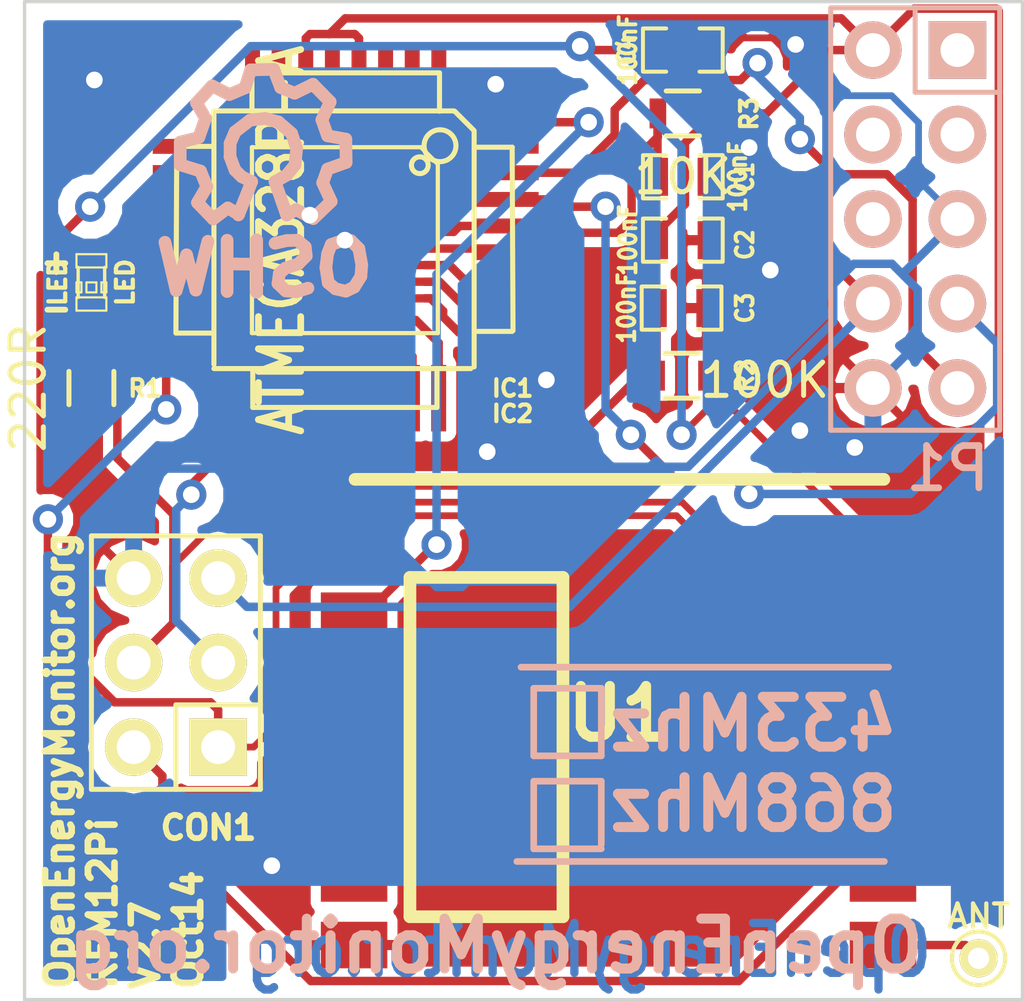
<source format=kicad_pcb>
(kicad_pcb (version 4) (host pcbnew "(2014-jul-16 BZR unknown)-product")

  (general
    (links 72)
    (no_connects 0)
    (area 120.784718 91.50588 178.095124 123.8631)
    (thickness 1.6)
    (drawings 21)
    (tracks 359)
    (zones 0)
    (modules 15)
    (nets 41)
  )

  (page A4)
  (layers
    (0 F.Cu signal)
    (31 B.Cu signal)
    (32 B.Adhes user)
    (33 F.Adhes user)
    (34 B.Paste user)
    (35 F.Paste user)
    (36 B.SilkS user)
    (37 F.SilkS user)
    (38 B.Mask user)
    (39 F.Mask user)
    (40 Dwgs.User user)
    (41 Cmts.User user)
    (42 Eco1.User user)
    (43 Eco2.User user)
    (44 Edge.Cuts user)
    (45 Margin user)
    (46 B.CrtYd user)
    (47 F.CrtYd user)
    (48 B.Fab user)
    (49 F.Fab user)
  )

  (setup
    (last_trace_width 0.2032)
    (trace_clearance 0.2032)
    (zone_clearance 0.3048)
    (zone_45_only no)
    (trace_min 0.2032)
    (segment_width 0.2)
    (edge_width 0.1)
    (via_size 0.9064)
    (via_drill 0.5)
    (via_min_size 0.9064)
    (via_min_drill 0.5)
    (uvia_size 0.508)
    (uvia_drill 0.127)
    (uvias_allowed no)
    (uvia_min_size 0.508)
    (uvia_min_drill 0.127)
    (pcb_text_width 0.3)
    (pcb_text_size 1.5 1.5)
    (mod_edge_width 0.15)
    (mod_text_size 1 1)
    (mod_text_width 0.15)
    (pad_size 3.29946 3.29946)
    (pad_drill 0)
    (pad_to_mask_clearance 0)
    (aux_axis_origin 0 0)
    (grid_origin 138.9 123.2)
    (visible_elements 7FFE7FFF)
    (pcbplotparams
      (layerselection 0x010fc_80000001)
      (usegerberextensions false)
      (excludeedgelayer true)
      (linewidth 0.100000)
      (plotframeref false)
      (viasonmask false)
      (mode 1)
      (useauxorigin false)
      (hpglpennumber 1)
      (hpglpenspeed 20)
      (hpglpendiameter 15)
      (hpglpenoverlay 2)
      (psnegative false)
      (psa4output false)
      (plotreference true)
      (plotvalue false)
      (plotinvisibletext false)
      (padsonsilk false)
      (subtractmaskfromsilk false)
      (outputformat 1)
      (mirror false)
      (drillshape 0)
      (scaleselection 1)
      (outputdirectory RFM12Pi_V2.7_GERBERS/))
  )

  (net 0 "")
  (net 1 /Reset)
  (net 2 "Net-(C1-Pad2)")
  (net 3 +3.3V)
  (net 4 GND)
  (net 5 /D10)
  (net 6 "Net-(D1-Pad1)")
  (net 7 "Net-(D1-Pad2)")
  (net 8 "Net-(IC1-Pad8)")
  (net 9 "Net-(IC1-Pad7)")
  (net 10 "Net-(IC1-Pad2)")
  (net 11 "Net-(IC1-Pad1)")
  (net 12 "Net-(IC1-Pad24)")
  (net 13 /D13/SCK)
  (net 14 "Net-(IC1-Pad19)")
  (net 15 "Net-(IC1-Pad20)")
  (net 16 "Net-(IC1-Pad22)")
  (net 17 "Net-(IC1-Pad23)")
  (net 18 /D2)
  (net 19 /D1/TX)
  (net 20 /D0/RX)
  (net 21 "Net-(IC1-Pad28)")
  (net 22 "Net-(IC1-Pad27)")
  (net 23 "Net-(IC1-Pad26)")
  (net 24 "Net-(IC1-Pad25)")
  (net 25 "Net-(IC1-Pad9)")
  (net 26 "Net-(IC1-Pad10)")
  (net 27 "Net-(IC1-Pad11)")
  (net 28 "Net-(IC1-Pad12)")
  (net 29 /D11/MOSI)
  (net 30 /D12/MISO)
  (net 31 "Net-(P1-Pad1)")
  (net 32 "Net-(P1-Pad3)")
  (net 33 "Net-(P1-Pad4)")
  (net 34 "Net-(P1-Pad6)")
  (net 35 "Net-(U1-Pad3)")
  (net 36 "Net-(U1-Pad4)")
  (net 37 "Net-(U1-Pad5)")
  (net 38 "Net-(U1-Pad6)")
  (net 39 "Net-(U1-Pad11)")
  (net 40 "Net-(P2-Pad1)")

  (net_class Default "This is the default net class."
    (clearance 0.2032)
    (trace_width 0.2032)
    (via_dia 0.9064)
    (via_drill 0.5)
    (uvia_dia 0.508)
    (uvia_drill 0.127)
    (add_net +3.3V)
    (add_net /D0/RX)
    (add_net /D1/TX)
    (add_net /D10)
    (add_net /D11/MOSI)
    (add_net /D12/MISO)
    (add_net /D13/SCK)
    (add_net /D2)
    (add_net /Reset)
    (add_net GND)
    (add_net "Net-(C1-Pad2)")
    (add_net "Net-(D1-Pad1)")
    (add_net "Net-(D1-Pad2)")
    (add_net "Net-(IC1-Pad1)")
    (add_net "Net-(IC1-Pad10)")
    (add_net "Net-(IC1-Pad11)")
    (add_net "Net-(IC1-Pad12)")
    (add_net "Net-(IC1-Pad19)")
    (add_net "Net-(IC1-Pad2)")
    (add_net "Net-(IC1-Pad20)")
    (add_net "Net-(IC1-Pad22)")
    (add_net "Net-(IC1-Pad23)")
    (add_net "Net-(IC1-Pad24)")
    (add_net "Net-(IC1-Pad25)")
    (add_net "Net-(IC1-Pad26)")
    (add_net "Net-(IC1-Pad27)")
    (add_net "Net-(IC1-Pad28)")
    (add_net "Net-(IC1-Pad7)")
    (add_net "Net-(IC1-Pad8)")
    (add_net "Net-(IC1-Pad9)")
    (add_net "Net-(P1-Pad1)")
    (add_net "Net-(P1-Pad3)")
    (add_net "Net-(P1-Pad4)")
    (add_net "Net-(P1-Pad6)")
    (add_net "Net-(P2-Pad1)")
    (add_net "Net-(U1-Pad11)")
    (add_net "Net-(U1-Pad3)")
    (add_net "Net-(U1-Pad4)")
    (add_net "Net-(U1-Pad5)")
    (add_net "Net-(U1-Pad6)")
  )

  (net_class Power ""
    (clearance 0.254)
    (trace_width 0.254)
    (via_dia 0.9064)
    (via_drill 0.5)
    (uvia_dia 0.508)
    (uvia_drill 0.127)
  )

  (net_class Stickleback ""
    (clearance 0.2032)
    (trace_width 0.2032)
    (via_dia 0.9064)
    (via_drill 0.5)
    (uvia_dia 0.508)
    (uvia_drill 0.127)
  )

  (module RFM12B:RFM12 locked (layer F.Cu) (tedit 545005AD) (tstamp 544BC0C2)
    (at 156.845 115.57)
    (tags "RF12, RFM12B, RFM69CW")
    (path /544B994D)
    (fp_text reference U1 (at 0 -1.00076) (layer F.SilkS)
      (effects (font (thickness 0.3048)))
    )
    (fp_text value RFM12 (at 0 1.80086) (layer F.SilkS) hide
      (effects (font (thickness 0.3048)))
    )
    (fp_line (start -6.2992 5.10032) (end -6.2992 -5.10032) (layer F.SilkS) (width 0.381))
    (fp_line (start -6.2992 -5.10032) (end -1.69926 -5.10032) (layer F.SilkS) (width 0.381))
    (fp_line (start -1.69926 -5.10032) (end -1.69926 5.10032) (layer F.SilkS) (width 0.381))
    (fp_line (start -1.69926 5.10032) (end -6.2992 5.10032) (layer F.SilkS) (width 0.381))
    (fp_line (start -7.9502 -8.04926) (end 7.9502 -8.04926) (layer F.SilkS) (width 0.381))
    (pad 1 smd rect (at -7.9502 -5.95122) (size 1.99898 1.39954) (layers F.Cu F.Paste F.Mask)
      (net 30 /D12/MISO))
    (pad 2 smd rect (at -7.97814 -3.9497) (size 1.99898 1.39954) (layers F.Cu F.Paste F.Mask)
      (net 18 /D2))
    (pad 3 smd rect (at -7.97814 -1.95072) (size 1.99898 1.39954) (layers F.Cu F.Paste F.Mask)
      (net 35 "Net-(U1-Pad3)"))
    (pad 4 smd rect (at -7.97814 0) (size 1.99898 1.39954) (layers F.Cu F.Paste F.Mask)
      (net 36 "Net-(U1-Pad4)"))
    (pad 5 smd rect (at -7.97814 1.95072) (size 1.99898 1.39954) (layers F.Cu F.Paste F.Mask)
      (net 37 "Net-(U1-Pad5)"))
    (pad 6 smd rect (at -7.97814 3.9497) (size 1.99898 1.39954) (layers F.Cu F.Paste F.Mask)
      (net 38 "Net-(U1-Pad6)"))
    (pad 7 smd rect (at -7.97814 5.95122) (size 1.99898 1.39954) (layers F.Cu F.Paste F.Mask)
      (net 4 GND))
    (pad 8 smd rect (at 7.92226 5.95122) (size 1.99898 1.39954) (layers F.Cu F.Paste F.Mask)
      (net 40 "Net-(P2-Pad1)"))
    (pad 9 smd rect (at 7.92226 3.9497) (size 1.99898 1.39954) (layers F.Cu F.Paste F.Mask)
      (net 3 +3.3V))
    (pad 10 smd rect (at 7.92226 1.95072) (size 1.99898 1.39954) (layers F.Cu F.Paste F.Mask)
      (net 4 GND))
    (pad 11 smd rect (at 7.92226 0) (size 1.99898 1.39954) (layers F.Cu F.Paste F.Mask)
      (net 39 "Net-(U1-Pad11)"))
    (pad 12 smd rect (at 7.92226 -1.95072) (size 1.99898 1.39954) (layers F.Cu F.Paste F.Mask)
      (net 29 /D11/MOSI))
    (pad 13 smd rect (at 7.92226 -3.9497) (size 1.99898 1.39954) (layers F.Cu F.Paste F.Mask)
      (net 13 /D13/SCK))
    (pad 14 smd rect (at 7.92226 -5.95122) (size 1.99898 1.39954) (layers F.Cu F.Paste F.Mask)
      (net 5 /D10))
    (model smd/rfm12.wrl
      (at (xyz 0 0 0))
      (scale (xyz 3.15 3.15 3.15))
      (rotate (xyz -90 0 0))
    )
  )

  (module SMD_Packages:SMD-0603_c locked (layer F.Cu) (tedit 544FBF48) (tstamp 544BBFCC)
    (at 158.75 98.425 180)
    (path /544B8059)
    (attr smd)
    (fp_text reference C1 (at -1.867 -0.01 270) (layer F.SilkS)
      (effects (font (size 0.508 0.4572) (thickness 0.1143)))
    )
    (fp_text value 100nF (at -1.651 0 270) (layer F.SilkS)
      (effects (font (size 0.508 0.4572) (thickness 0.1143)))
    )
    (fp_line (start 0.50038 0.65024) (end 1.19888 0.65024) (layer F.SilkS) (width 0.11938))
    (fp_line (start -0.50038 0.65024) (end -1.19888 0.65024) (layer F.SilkS) (width 0.11938))
    (fp_line (start 0.50038 -0.65024) (end 1.19888 -0.65024) (layer F.SilkS) (width 0.11938))
    (fp_line (start -1.19888 -0.65024) (end -0.50038 -0.65024) (layer F.SilkS) (width 0.11938))
    (fp_line (start 1.19888 -0.635) (end 1.19888 0.635) (layer F.SilkS) (width 0.11938))
    (fp_line (start -1.19888 0.635) (end -1.19888 -0.635) (layer F.SilkS) (width 0.11938))
    (pad 1 smd rect (at -0.762 0 180) (size 0.635 1.143) (layers F.Cu F.Paste F.Mask)
      (net 1 /Reset))
    (pad 2 smd rect (at 0.762 0 180) (size 0.635 1.143) (layers F.Cu F.Paste F.Mask)
      (net 2 "Net-(C1-Pad2)"))
    (model smd\capacitors\C0603.wrl
      (at (xyz 0 0 0.001))
      (scale (xyz 0.5 0.5 0.5))
      (rotate (xyz 0 0 0))
    )
  )

  (module SMD_Packages:SMD-0603_c locked (layer F.Cu) (tedit 544FBF4C) (tstamp 544BBFD8)
    (at 158.75 100.33)
    (path /544B9079)
    (attr smd)
    (fp_text reference C2 (at 1.867 0.137 90) (layer F.SilkS)
      (effects (font (size 0.508 0.4572) (thickness 0.1143)))
    )
    (fp_text value 100nF (at -1.651 0 90) (layer F.SilkS)
      (effects (font (size 0.508 0.4572) (thickness 0.1143)))
    )
    (fp_line (start 0.50038 0.65024) (end 1.19888 0.65024) (layer F.SilkS) (width 0.11938))
    (fp_line (start -0.50038 0.65024) (end -1.19888 0.65024) (layer F.SilkS) (width 0.11938))
    (fp_line (start 0.50038 -0.65024) (end 1.19888 -0.65024) (layer F.SilkS) (width 0.11938))
    (fp_line (start -1.19888 -0.65024) (end -0.50038 -0.65024) (layer F.SilkS) (width 0.11938))
    (fp_line (start 1.19888 -0.635) (end 1.19888 0.635) (layer F.SilkS) (width 0.11938))
    (fp_line (start -1.19888 0.635) (end -1.19888 -0.635) (layer F.SilkS) (width 0.11938))
    (pad 1 smd rect (at -0.762 0) (size 0.635 1.143) (layers F.Cu F.Paste F.Mask)
      (net 3 +3.3V))
    (pad 2 smd rect (at 0.762 0) (size 0.635 1.143) (layers F.Cu F.Paste F.Mask)
      (net 4 GND))
    (model smd\capacitors\C0603.wrl
      (at (xyz 0 0 0.001))
      (scale (xyz 0.5 0.5 0.5))
      (rotate (xyz 0 0 0))
    )
  )

  (module SMD_Packages:SMD-0603_c locked (layer F.Cu) (tedit 544FBF51) (tstamp 544BD630)
    (at 158.712 102.372)
    (path /544B902B)
    (attr smd)
    (fp_text reference C3 (at 1.905 0 90) (layer F.SilkS)
      (effects (font (size 0.508 0.4572) (thickness 0.1143)))
    )
    (fp_text value 100nF (at -1.651 0 90) (layer F.SilkS)
      (effects (font (size 0.508 0.4572) (thickness 0.1143)))
    )
    (fp_line (start 0.50038 0.65024) (end 1.19888 0.65024) (layer F.SilkS) (width 0.11938))
    (fp_line (start -0.50038 0.65024) (end -1.19888 0.65024) (layer F.SilkS) (width 0.11938))
    (fp_line (start 0.50038 -0.65024) (end 1.19888 -0.65024) (layer F.SilkS) (width 0.11938))
    (fp_line (start -1.19888 -0.65024) (end -0.50038 -0.65024) (layer F.SilkS) (width 0.11938))
    (fp_line (start 1.19888 -0.635) (end 1.19888 0.635) (layer F.SilkS) (width 0.11938))
    (fp_line (start -1.19888 0.635) (end -1.19888 -0.635) (layer F.SilkS) (width 0.11938))
    (pad 1 smd rect (at -0.762 0) (size 0.635 1.143) (layers F.Cu F.Paste F.Mask)
      (net 3 +3.3V))
    (pad 2 smd rect (at 0.762 0) (size 0.635 1.143) (layers F.Cu F.Paste F.Mask)
      (net 4 GND))
    (model smd\capacitors\C0603.wrl
      (at (xyz 0 0 0.001))
      (scale (xyz 0.5 0.5 0.5))
      (rotate (xyz 0 0 0))
    )
  )

  (module SMD_Packages:SMD-0603_c locked (layer F.Cu) (tedit 544FBF3D) (tstamp 544FC0CE)
    (at 158.75 94.615)
    (path /544BA381)
    (attr smd)
    (fp_text reference C4 (at -1.689 0.01 90) (layer F.SilkS)
      (effects (font (size 0.508 0.4572) (thickness 0.1143)))
    )
    (fp_text value 100nF (at -1.651 0 90) (layer F.SilkS)
      (effects (font (size 0.508 0.4572) (thickness 0.1143)))
    )
    (fp_line (start 0.50038 0.65024) (end 1.19888 0.65024) (layer F.SilkS) (width 0.11938))
    (fp_line (start -0.50038 0.65024) (end -1.19888 0.65024) (layer F.SilkS) (width 0.11938))
    (fp_line (start 0.50038 -0.65024) (end 1.19888 -0.65024) (layer F.SilkS) (width 0.11938))
    (fp_line (start -1.19888 -0.65024) (end -0.50038 -0.65024) (layer F.SilkS) (width 0.11938))
    (fp_line (start 1.19888 -0.635) (end 1.19888 0.635) (layer F.SilkS) (width 0.11938))
    (fp_line (start -1.19888 0.635) (end -1.19888 -0.635) (layer F.SilkS) (width 0.11938))
    (pad 1 smd rect (at -0.762 0) (size 0.635 1.143) (layers F.Cu F.Paste F.Mask)
      (net 5 /D10))
    (pad 2 smd rect (at 0.762 0) (size 0.635 1.143) (layers F.Cu F.Paste F.Mask)
      (net 4 GND))
    (model smd\capacitors\C0603.wrl
      (at (xyz 0 0 0.001))
      (scale (xyz 0.5 0.5 0.5))
      (rotate (xyz 0 0 0))
    )
  )

  (module LEDs:LED-0603 locked (layer F.Cu) (tedit 544FBF7B) (tstamp 544BC00C)
    (at 140.97 101.6 270)
    (descr "LED 0603 smd package")
    (tags "LED led 0603 SMD smd SMT smt smdled SMDLED smtled SMTLED")
    (path /544B7F22)
    (attr smd)
    (fp_text reference LED (at 0 -1.016 270) (layer F.SilkS)
      (effects (font (size 0.508 0.508) (thickness 0.127)))
    )
    (fp_text value LED (at 0 1.016 270) (layer F.SilkS)
      (effects (font (size 0.508 0.508) (thickness 0.127)))
    )
    (fp_line (start 0.44958 -0.44958) (end 0.44958 0.44958) (layer F.SilkS) (width 0.06604))
    (fp_line (start 0.44958 0.44958) (end 0.84836 0.44958) (layer F.SilkS) (width 0.06604))
    (fp_line (start 0.84836 -0.44958) (end 0.84836 0.44958) (layer F.SilkS) (width 0.06604))
    (fp_line (start 0.44958 -0.44958) (end 0.84836 -0.44958) (layer F.SilkS) (width 0.06604))
    (fp_line (start -0.84836 -0.44958) (end -0.84836 0.44958) (layer F.SilkS) (width 0.06604))
    (fp_line (start -0.84836 0.44958) (end -0.44958 0.44958) (layer F.SilkS) (width 0.06604))
    (fp_line (start -0.44958 -0.44958) (end -0.44958 0.44958) (layer F.SilkS) (width 0.06604))
    (fp_line (start -0.84836 -0.44958) (end -0.44958 -0.44958) (layer F.SilkS) (width 0.06604))
    (fp_line (start 0 -0.44958) (end 0 -0.29972) (layer F.SilkS) (width 0.06604))
    (fp_line (start 0 -0.29972) (end 0.29972 -0.29972) (layer F.SilkS) (width 0.06604))
    (fp_line (start 0.29972 -0.44958) (end 0.29972 -0.29972) (layer F.SilkS) (width 0.06604))
    (fp_line (start 0 -0.44958) (end 0.29972 -0.44958) (layer F.SilkS) (width 0.06604))
    (fp_line (start 0 0.29972) (end 0 0.44958) (layer F.SilkS) (width 0.06604))
    (fp_line (start 0 0.44958) (end 0.29972 0.44958) (layer F.SilkS) (width 0.06604))
    (fp_line (start 0.29972 0.29972) (end 0.29972 0.44958) (layer F.SilkS) (width 0.06604))
    (fp_line (start 0 0.29972) (end 0.29972 0.29972) (layer F.SilkS) (width 0.06604))
    (fp_line (start 0 -0.14986) (end 0 0.14986) (layer F.SilkS) (width 0.06604))
    (fp_line (start 0 0.14986) (end 0.29972 0.14986) (layer F.SilkS) (width 0.06604))
    (fp_line (start 0.29972 -0.14986) (end 0.29972 0.14986) (layer F.SilkS) (width 0.06604))
    (fp_line (start 0 -0.14986) (end 0.29972 -0.14986) (layer F.SilkS) (width 0.06604))
    (fp_line (start 0.44958 -0.39878) (end -0.44958 -0.39878) (layer F.SilkS) (width 0.1016))
    (fp_line (start 0.44958 0.39878) (end -0.44958 0.39878) (layer F.SilkS) (width 0.1016))
    (pad 1 smd rect (at -0.7493 0 270) (size 0.79756 0.79756) (layers F.Cu F.Paste F.Mask)
      (net 6 "Net-(D1-Pad1)"))
    (pad 2 smd rect (at 0.7493 0 270) (size 0.79756 0.79756) (layers F.Cu F.Paste F.Mask)
      (net 7 "Net-(D1-Pad2)"))
  )

  (module SMD_Packages:TQFP-32 locked (layer F.Cu) (tedit 544FC1D2) (tstamp 544BC042)
    (at 148.59 100.33 270)
    (path /544B7EFD)
    (fp_text reference IC1 (at 4.455 -5.042 360) (layer F.SilkS)
      (effects (font (size 0.5 0.5) (thickness 0.125)))
    )
    (fp_text value ATMEGA328P-A (at 0 1.905 270) (layer F.SilkS)
      (effects (font (size 1.27 1.016) (thickness 0.2032)))
    )
    (fp_line (start 5.0292 2.7686) (end 3.8862 2.7686) (layer F.SilkS) (width 0.1524))
    (fp_line (start 5.0292 -2.7686) (end 3.9116 -2.7686) (layer F.SilkS) (width 0.1524))
    (fp_line (start 5.0292 2.7686) (end 5.0292 -2.7686) (layer F.SilkS) (width 0.1524))
    (fp_line (start 2.794 3.9624) (end 2.794 5.0546) (layer F.SilkS) (width 0.1524))
    (fp_line (start -2.8194 3.9878) (end -2.8194 5.0546) (layer F.SilkS) (width 0.1524))
    (fp_line (start -2.8448 5.0546) (end 2.794 5.08) (layer F.SilkS) (width 0.1524))
    (fp_line (start -2.794 -5.0292) (end 2.7178 -5.0546) (layer F.SilkS) (width 0.1524))
    (fp_line (start -3.8862 -3.2766) (end -3.8862 3.9116) (layer F.SilkS) (width 0.1524))
    (fp_line (start 2.7432 -5.0292) (end 2.7432 -3.9878) (layer F.SilkS) (width 0.1524))
    (fp_line (start -3.2512 -3.8862) (end 3.81 -3.8862) (layer F.SilkS) (width 0.1524))
    (fp_line (start 3.8608 3.937) (end 3.8608 -3.7846) (layer F.SilkS) (width 0.1524))
    (fp_line (start -3.8862 3.937) (end 3.7338 3.937) (layer F.SilkS) (width 0.1524))
    (fp_line (start -5.0292 -2.8448) (end -5.0292 2.794) (layer F.SilkS) (width 0.1524))
    (fp_line (start -5.0292 2.794) (end -3.8862 2.794) (layer F.SilkS) (width 0.1524))
    (fp_line (start -3.87604 -3.302) (end -3.29184 -3.8862) (layer F.SilkS) (width 0.1524))
    (fp_line (start -5.02412 -2.8448) (end -3.87604 -2.8448) (layer F.SilkS) (width 0.1524))
    (fp_line (start -2.794 -3.8862) (end -2.794 -5.03428) (layer F.SilkS) (width 0.1524))
    (fp_circle (center -2.83972 -2.86004) (end -2.43332 -2.60604) (layer F.SilkS) (width 0.1524))
    (pad 8 smd rect (at -4.81584 2.77622 270) (size 1.99898 0.44958) (layers F.Cu F.Paste F.Mask)
      (net 8 "Net-(IC1-Pad8)"))
    (pad 7 smd rect (at -4.81584 1.97612 270) (size 1.99898 0.44958) (layers F.Cu F.Paste F.Mask)
      (net 9 "Net-(IC1-Pad7)"))
    (pad 6 smd rect (at -4.81584 1.17602 270) (size 1.99898 0.44958) (layers F.Cu F.Paste F.Mask)
      (net 3 +3.3V))
    (pad 5 smd rect (at -4.81584 0.37592 270) (size 1.99898 0.44958) (layers F.Cu F.Paste F.Mask)
      (net 4 GND))
    (pad 4 smd rect (at -4.81584 -0.42418 270) (size 1.99898 0.44958) (layers F.Cu F.Paste F.Mask)
      (net 3 +3.3V))
    (pad 3 smd rect (at -4.81584 -1.22428 270) (size 1.99898 0.44958) (layers F.Cu F.Paste F.Mask)
      (net 4 GND))
    (pad 2 smd rect (at -4.81584 -2.02438 270) (size 1.99898 0.44958) (layers F.Cu F.Paste F.Mask)
      (net 10 "Net-(IC1-Pad2)"))
    (pad 1 smd rect (at -4.81584 -2.82448 270) (size 1.99898 0.44958) (layers F.Cu F.Paste F.Mask)
      (net 11 "Net-(IC1-Pad1)"))
    (pad 24 smd rect (at 4.7498 -2.8194 270) (size 1.99898 0.44958) (layers F.Cu F.Paste F.Mask)
      (net 12 "Net-(IC1-Pad24)"))
    (pad 17 smd rect (at 4.7498 2.794 270) (size 1.99898 0.44958) (layers F.Cu F.Paste F.Mask)
      (net 13 /D13/SCK))
    (pad 18 smd rect (at 4.7498 1.9812 270) (size 1.99898 0.44958) (layers F.Cu F.Paste F.Mask)
      (net 3 +3.3V))
    (pad 19 smd rect (at 4.7498 1.1684 270) (size 1.99898 0.44958) (layers F.Cu F.Paste F.Mask)
      (net 14 "Net-(IC1-Pad19)"))
    (pad 20 smd rect (at 4.7498 0.381 270) (size 1.99898 0.44958) (layers F.Cu F.Paste F.Mask)
      (net 15 "Net-(IC1-Pad20)"))
    (pad 21 smd rect (at 4.7498 -0.4318 270) (size 1.99898 0.44958) (layers F.Cu F.Paste F.Mask)
      (net 4 GND))
    (pad 22 smd rect (at 4.7498 -1.2192 270) (size 1.99898 0.44958) (layers F.Cu F.Paste F.Mask)
      (net 16 "Net-(IC1-Pad22)"))
    (pad 23 smd rect (at 4.7498 -2.032 270) (size 1.99898 0.44958) (layers F.Cu F.Paste F.Mask)
      (net 17 "Net-(IC1-Pad23)"))
    (pad 32 smd rect (at -2.82448 -4.826 270) (size 0.44958 1.99898) (layers F.Cu F.Paste F.Mask)
      (net 18 /D2))
    (pad 31 smd rect (at -2.02692 -4.826 270) (size 0.44958 1.99898) (layers F.Cu F.Paste F.Mask)
      (net 19 /D1/TX))
    (pad 30 smd rect (at -1.22428 -4.826 270) (size 0.44958 1.99898) (layers F.Cu F.Paste F.Mask)
      (net 20 /D0/RX))
    (pad 29 smd rect (at -0.42672 -4.826 270) (size 0.44958 1.99898) (layers F.Cu F.Paste F.Mask)
      (net 2 "Net-(C1-Pad2)"))
    (pad 28 smd rect (at 0.37592 -4.826 270) (size 0.44958 1.99898) (layers F.Cu F.Paste F.Mask)
      (net 21 "Net-(IC1-Pad28)"))
    (pad 27 smd rect (at 1.17348 -4.826 270) (size 0.44958 1.99898) (layers F.Cu F.Paste F.Mask)
      (net 22 "Net-(IC1-Pad27)"))
    (pad 26 smd rect (at 1.97612 -4.826 270) (size 0.44958 1.99898) (layers F.Cu F.Paste F.Mask)
      (net 23 "Net-(IC1-Pad26)"))
    (pad 25 smd rect (at 2.77368 -4.826 270) (size 0.44958 1.99898) (layers F.Cu F.Paste F.Mask)
      (net 24 "Net-(IC1-Pad25)"))
    (pad 9 smd rect (at -2.8194 4.7752 270) (size 0.44958 1.99898) (layers F.Cu F.Paste F.Mask)
      (net 25 "Net-(IC1-Pad9)"))
    (pad 10 smd rect (at -2.032 4.7752 270) (size 0.44958 1.99898) (layers F.Cu F.Paste F.Mask)
      (net 26 "Net-(IC1-Pad10)"))
    (pad 11 smd rect (at -1.2192 4.7752 270) (size 0.44958 1.99898) (layers F.Cu F.Paste F.Mask)
      (net 27 "Net-(IC1-Pad11)"))
    (pad 12 smd rect (at -0.4318 4.7752 270) (size 0.44958 1.99898) (layers F.Cu F.Paste F.Mask)
      (net 28 "Net-(IC1-Pad12)"))
    (pad 13 smd rect (at 0.3556 4.7752 270) (size 0.44958 1.99898) (layers F.Cu F.Paste F.Mask)
      (net 6 "Net-(D1-Pad1)"))
    (pad 14 smd rect (at 1.1684 4.7752 270) (size 0.44958 1.99898) (layers F.Cu F.Paste F.Mask)
      (net 5 /D10))
    (pad 15 smd rect (at 1.9812 4.7752 270) (size 0.44958 1.99898) (layers F.Cu F.Paste F.Mask)
      (net 29 /D11/MOSI))
    (pad 16 smd rect (at 2.794 4.7752 270) (size 0.44958 1.99898) (layers F.Cu F.Paste F.Mask)
      (net 30 /D12/MISO))
    (model smd/tqfp32.wrl
      (at (xyz 0 0 0))
      (scale (xyz 1 1 1))
      (rotate (xyz 0 0 0))
    )
  )

  (module SMD_Packages:QFN-32-1EP locked (layer F.Cu) (tedit 544FC1DB) (tstamp 544BC06E)
    (at 148.59 100.33 270)
    (descr QFN-32-1EP)
    (path /544BBE3D)
    (attr smd)
    (fp_text reference IC2 (at 5.217 -5.042 360) (layer F.SilkS)
      (effects (font (size 0.5 0.5) (thickness 0.125)))
    )
    (fp_text value ATMEGA328P-A (at 3.937 -2.667 270) (layer F.SilkS) hide
      (effects (font (size 0.762 0.635) (thickness 0.1524)))
    )
    (fp_line (start 2.794 2.794) (end -2.794 2.794) (layer F.SilkS) (width 0.127))
    (fp_line (start -2.794 2.794) (end -2.794 2.667) (layer F.SilkS) (width 0.127))
    (fp_line (start -2.286 -2.794) (end 2.794 -2.794) (layer F.SilkS) (width 0.127))
    (fp_line (start 2.794 -2.794) (end 2.794 2.794) (layer F.SilkS) (width 0.127))
    (fp_line (start -2.794 2.667) (end -2.794 -2.286) (layer F.SilkS) (width 0.127))
    (fp_line (start -2.794 -2.286) (end -2.286 -2.794) (layer F.SilkS) (width 0.127))
    (fp_circle (center -2.25298 -2.25298) (end -2.25298 -2.50444) (layer F.SilkS) (width 0.1524))
    (pad 1 smd rect (at -2.39776 -1.74752 270) (size 0.59944 0.24892) (layers F.Cu F.Paste F.Mask)
      (net 11 "Net-(IC1-Pad1)"))
    (pad 2 smd rect (at -2.39776 -1.24714 270) (size 0.59944 0.24892) (layers F.Cu F.Paste F.Mask)
      (net 10 "Net-(IC1-Pad2)"))
    (pad 3 smd rect (at -2.39776 -0.74676 270) (size 0.59944 0.24892) (layers F.Cu F.Paste F.Mask)
      (net 4 GND))
    (pad 4 smd rect (at -2.39776 -0.24638 270) (size 0.59944 0.24892) (layers F.Cu F.Paste F.Mask)
      (net 3 +3.3V))
    (pad 5 smd rect (at -2.39776 0.25146 270) (size 0.59944 0.24892) (layers F.Cu F.Paste F.Mask)
      (net 4 GND))
    (pad 6 smd rect (at -2.39776 0.75184 270) (size 0.59944 0.24892) (layers F.Cu F.Paste F.Mask)
      (net 3 +3.3V))
    (pad 7 smd rect (at -2.39776 1.25222 270) (size 0.59944 0.24892) (layers F.Cu F.Paste F.Mask)
      (net 9 "Net-(IC1-Pad7)"))
    (pad 8 smd rect (at -2.39776 1.7526 270) (size 0.59944 0.24892) (layers F.Cu F.Paste F.Mask)
      (net 8 "Net-(IC1-Pad8)"))
    (pad 13 smd rect (at 0.24892 2.40284 270) (size 0.24892 0.59944) (layers F.Cu F.Paste F.Mask)
      (net 6 "Net-(D1-Pad1)"))
    (pad 14 smd rect (at 0.74676 2.40284 270) (size 0.24892 0.59944) (layers F.Cu F.Paste F.Mask)
      (net 5 /D10))
    (pad 15 smd rect (at 1.24714 2.40284 270) (size 0.24892 0.59944) (layers F.Cu F.Paste F.Mask)
      (net 29 /D11/MOSI))
    (pad 16 smd rect (at 1.74752 2.40284 270) (size 0.24892 0.59944) (layers F.Cu F.Paste F.Mask)
      (net 30 /D12/MISO))
    (pad 33 smd rect (at 0 0 270) (size 3.29946 3.29946) (layers F.Cu F.Paste F.Mask)
      (net 4 GND))
    (pad 9 smd rect (at -1.75006 2.40284 270) (size 0.24892 0.59944) (layers F.Cu F.Paste F.Mask)
      (net 25 "Net-(IC1-Pad9)"))
    (pad 10 smd rect (at -1.24968 2.40284 270) (size 0.24892 0.59944) (layers F.Cu F.Paste F.Mask)
      (net 26 "Net-(IC1-Pad10)"))
    (pad 11 smd rect (at -0.7493 2.40284 270) (size 0.24892 0.59944) (layers F.Cu F.Paste F.Mask)
      (net 27 "Net-(IC1-Pad11)"))
    (pad 12 smd rect (at -0.25146 2.40284 270) (size 0.24892 0.59944) (layers F.Cu F.Paste F.Mask)
      (net 28 "Net-(IC1-Pad12)"))
    (pad 17 smd rect (at 2.39776 1.74752 270) (size 0.59944 0.24892) (layers F.Cu F.Paste F.Mask)
      (net 13 /D13/SCK))
    (pad 18 smd rect (at 2.4003 1.24714 270) (size 0.59944 0.24892) (layers F.Cu F.Paste F.Mask)
      (net 3 +3.3V))
    (pad 19 smd rect (at 2.4003 0.7493 270) (size 0.59944 0.24892) (layers F.Cu F.Paste F.Mask)
      (net 14 "Net-(IC1-Pad19)"))
    (pad 20 smd rect (at 2.4003 0.24892 270) (size 0.59944 0.24892) (layers F.Cu F.Paste F.Mask)
      (net 15 "Net-(IC1-Pad20)"))
    (pad 21 smd rect (at 2.4003 -0.25146 270) (size 0.59944 0.24892) (layers F.Cu F.Paste F.Mask)
      (net 4 GND))
    (pad 22 smd rect (at 2.4003 -0.75184 270) (size 0.59944 0.24892) (layers F.Cu F.Paste F.Mask)
      (net 16 "Net-(IC1-Pad22)"))
    (pad 23 smd rect (at 2.4003 -1.25222 270) (size 0.59944 0.24892) (layers F.Cu F.Paste F.Mask)
      (net 17 "Net-(IC1-Pad23)"))
    (pad 24 smd rect (at 2.4003 -1.7526 270) (size 0.59944 0.24892) (layers F.Cu F.Paste F.Mask)
      (net 12 "Net-(IC1-Pad24)"))
    (pad 25 smd rect (at 1.75006 -2.4003 270) (size 0.24892 0.59944) (layers F.Cu F.Paste F.Mask)
      (net 24 "Net-(IC1-Pad25)"))
    (pad 26 smd rect (at 1.24968 -2.4003 270) (size 0.24892 0.59944) (layers F.Cu F.Paste F.Mask)
      (net 23 "Net-(IC1-Pad26)"))
    (pad 27 smd rect (at 0.7493 -2.4003 270) (size 0.24892 0.59944) (layers F.Cu F.Paste F.Mask)
      (net 22 "Net-(IC1-Pad27)"))
    (pad 28 smd rect (at 0.25146 -2.4003 270) (size 0.24892 0.59944) (layers F.Cu F.Paste F.Mask)
      (net 21 "Net-(IC1-Pad28)"))
    (pad 29 smd rect (at -0.24892 -2.4003 270) (size 0.24892 0.59944) (layers F.Cu F.Paste F.Mask)
      (net 2 "Net-(C1-Pad2)"))
    (pad 30 smd rect (at -0.7493 -2.4003 270) (size 0.24892 0.59944) (layers F.Cu F.Paste F.Mask)
      (net 20 /D0/RX))
    (pad 31 smd rect (at -1.24968 -2.4003 270) (size 0.24892 0.59944) (layers F.Cu F.Paste F.Mask)
      (net 19 /D1/TX))
    (pad 32 smd rect (at -1.75006 -2.4003 270) (size 0.24892 0.59944) (layers F.Cu F.Paste F.Mask)
      (net 18 /D2))
  )

  (module Pin_Headers:Pin_Header_Straight_2x05 locked (layer B.Cu) (tedit 544FC283) (tstamp 544BD787)
    (at 165.735 99.695 270)
    (descr "Through hole pin header")
    (tags "pin header")
    (path /544B7FAC)
    (fp_text reference P1 (at 7.503 -0.978 360) (layer B.SilkS)
      (effects (font (size 1.27 1.27) (thickness 0.2032)) (justify mirror))
    )
    (fp_text value CONN_02X05_RasPi_GPIO (at 0 0 270) (layer B.SilkS) hide
      (effects (font (size 1.27 1.27) (thickness 0.2032)) (justify mirror))
    )
    (fp_line (start -6.35 2.54) (end 6.35 2.54) (layer B.SilkS) (width 0.15))
    (fp_line (start 6.35 2.54) (end 6.35 -2.54) (layer B.SilkS) (width 0.15))
    (fp_line (start 6.35 -2.54) (end -3.81 -2.54) (layer B.SilkS) (width 0.15))
    (fp_line (start -6.35 2.54) (end -6.35 0) (layer B.SilkS) (width 0.15))
    (fp_line (start -6.35 -2.54) (end -3.81 -2.54) (layer B.SilkS) (width 0.15))
    (fp_line (start -6.35 0) (end -3.81 0) (layer B.SilkS) (width 0.15))
    (fp_line (start -3.81 0) (end -3.81 -2.54) (layer B.SilkS) (width 0.15))
    (fp_line (start -6.35 -2.54) (end -6.35 0) (layer B.SilkS) (width 0.15))
    (pad 1 thru_hole rect (at -5.08 -1.27 270) (size 1.7272 1.7272) (drill 1.016) (layers *.Cu *.Mask B.SilkS)
      (net 31 "Net-(P1-Pad1)"))
    (pad 2 thru_hole oval (at -5.08 1.27 270) (size 1.7272 1.7272) (drill 1.016) (layers *.Cu *.Mask B.SilkS)
      (net 3 +3.3V))
    (pad 3 thru_hole oval (at -2.54 -1.27 270) (size 1.7272 1.7272) (drill 1.016) (layers *.Cu *.Mask B.SilkS)
      (net 32 "Net-(P1-Pad3)"))
    (pad 4 thru_hole oval (at -2.54 1.27 270) (size 1.7272 1.7272) (drill 1.016) (layers *.Cu *.Mask B.SilkS)
      (net 33 "Net-(P1-Pad4)"))
    (pad 5 thru_hole oval (at 0 -1.27 270) (size 1.7272 1.7272) (drill 1.016) (layers *.Cu *.Mask B.SilkS)
      (net 4 GND))
    (pad 6 thru_hole oval (at 0 1.27 270) (size 1.7272 1.7272) (drill 1.016) (layers *.Cu *.Mask B.SilkS)
      (net 34 "Net-(P1-Pad6)"))
    (pad 7 thru_hole oval (at 2.54 -1.27 270) (size 1.7272 1.7272) (drill 1.016) (layers *.Cu *.Mask B.SilkS)
      (net 20 /D0/RX))
    (pad 8 thru_hole oval (at 2.54 1.27 270) (size 1.7272 1.7272) (drill 1.016) (layers *.Cu *.Mask B.SilkS)
      (net 1 /Reset))
    (pad 9 thru_hole oval (at 5.08 -1.27 270) (size 1.7272 1.7272) (drill 1.016) (layers *.Cu *.Mask B.SilkS)
      (net 19 /D1/TX))
    (pad 10 thru_hole oval (at 5.08 1.27 270) (size 1.7272 1.7272) (drill 1.016) (layers *.Cu *.Mask B.SilkS)
      (net 4 GND))
    (model Pin_Headers/Pin_Header_Straight_2x05.wrl
      (at (xyz 0 0 0))
      (scale (xyz 1 1 1))
      (rotate (xyz 0 0 0))
    )
  )

  (module Resistors_SMD:R_0603 locked (layer F.Cu) (tedit 544FC1F2) (tstamp 544BC090)
    (at 140.97 104.775 270)
    (descr "Resistor SMD 0603, reflow soldering, Vishay (see dcrcw.pdf)")
    (tags "resistor 0603")
    (path /544B8038)
    (attr smd)
    (fp_text reference R1 (at 0.01 -1.613 360) (layer F.SilkS)
      (effects (font (size 0.5 0.5) (thickness 0.125)))
    )
    (fp_text value 220R (at 0 1.9 270) (layer F.SilkS)
      (effects (font (size 1 1) (thickness 0.15)))
    )
    (fp_line (start -1.3 -0.8) (end 1.3 -0.8) (layer F.CrtYd) (width 0.05))
    (fp_line (start -1.3 0.8) (end 1.3 0.8) (layer F.CrtYd) (width 0.05))
    (fp_line (start -1.3 -0.8) (end -1.3 0.8) (layer F.CrtYd) (width 0.05))
    (fp_line (start 1.3 -0.8) (end 1.3 0.8) (layer F.CrtYd) (width 0.05))
    (fp_line (start 0.5 0.675) (end -0.5 0.675) (layer F.SilkS) (width 0.15))
    (fp_line (start -0.5 -0.675) (end 0.5 -0.675) (layer F.SilkS) (width 0.15))
    (pad 1 smd rect (at -0.75 0 270) (size 0.5 0.9) (layers F.Cu F.Paste F.Mask)
      (net 7 "Net-(D1-Pad2)"))
    (pad 2 smd rect (at 0.75 0 270) (size 0.5 0.9) (layers F.Cu F.Paste F.Mask)
      (net 4 GND))
    (model Resistors_SMD/R_0603.wrl
      (at (xyz 0 0 0))
      (scale (xyz 1 1 1))
      (rotate (xyz 0 0 0))
    )
  )

  (module Resistors_SMD:R_0603 locked (layer F.Cu) (tedit 544FC1B1) (tstamp 544BD611)
    (at 158.712 104.404)
    (descr "Resistor SMD 0603, reflow soldering, Vishay (see dcrcw.pdf)")
    (tags "resistor 0603")
    (path /544B853D)
    (attr smd)
    (fp_text reference R2 (at 1.905 0 90) (layer F.SilkS)
      (effects (font (size 0.5 0.5) (thickness 0.125)))
    )
    (fp_text value 100K (at 2.502 0.137) (layer F.SilkS)
      (effects (font (size 1 1) (thickness 0.15)))
    )
    (fp_line (start -1.3 -0.8) (end 1.3 -0.8) (layer F.CrtYd) (width 0.05))
    (fp_line (start -1.3 0.8) (end 1.3 0.8) (layer F.CrtYd) (width 0.05))
    (fp_line (start -1.3 -0.8) (end -1.3 0.8) (layer F.CrtYd) (width 0.05))
    (fp_line (start 1.3 -0.8) (end 1.3 0.8) (layer F.CrtYd) (width 0.05))
    (fp_line (start 0.5 0.675) (end -0.5 0.675) (layer F.SilkS) (width 0.15))
    (fp_line (start -0.5 -0.675) (end 0.5 -0.675) (layer F.SilkS) (width 0.15))
    (pad 1 smd rect (at -0.75 0) (size 0.5 0.9) (layers F.Cu F.Paste F.Mask)
      (net 3 +3.3V))
    (pad 2 smd rect (at 0.75 0) (size 0.5 0.9) (layers F.Cu F.Paste F.Mask)
      (net 5 /D10))
    (model Resistors_SMD/R_0603.wrl
      (at (xyz 0 0 0))
      (scale (xyz 1 1 1))
      (rotate (xyz 0 0 0))
    )
  )

  (module Resistors_SMD:R_0603 locked (layer F.Cu) (tedit 544FC1B5) (tstamp 544BC0A8)
    (at 158.75 96.52)
    (descr "Resistor SMD 0603, reflow soldering, Vishay (see dcrcw.pdf)")
    (tags "resistor 0603")
    (path /544B8B28)
    (attr smd)
    (fp_text reference R3 (at 1.994 0.01 90) (layer F.SilkS)
      (effects (font (size 0.5 0.5) (thickness 0.125)))
    )
    (fp_text value 10K (at 0 1.9) (layer F.SilkS)
      (effects (font (size 1 1) (thickness 0.15)))
    )
    (fp_line (start -1.3 -0.8) (end 1.3 -0.8) (layer F.CrtYd) (width 0.05))
    (fp_line (start -1.3 0.8) (end 1.3 0.8) (layer F.CrtYd) (width 0.05))
    (fp_line (start -1.3 -0.8) (end -1.3 0.8) (layer F.CrtYd) (width 0.05))
    (fp_line (start 1.3 -0.8) (end 1.3 0.8) (layer F.CrtYd) (width 0.05))
    (fp_line (start 0.5 0.675) (end -0.5 0.675) (layer F.SilkS) (width 0.15))
    (fp_line (start -0.5 -0.675) (end 0.5 -0.675) (layer F.SilkS) (width 0.15))
    (pad 1 smd rect (at -0.75 0) (size 0.5 0.9) (layers F.Cu F.Paste F.Mask)
      (net 2 "Net-(C1-Pad2)"))
    (pad 2 smd rect (at 0.75 0) (size 0.5 0.9) (layers F.Cu F.Paste F.Mask)
      (net 3 +3.3V))
    (model Resistors_SMD/R_0603.wrl
      (at (xyz 0 0 0))
      (scale (xyz 1 1 1))
      (rotate (xyz 0 0 0))
    )
  )

  (module Pin_Headers:Pin_Header_Straight_2x03 locked (layer F.Cu) (tedit 544FC1FF) (tstamp 544BC6C8)
    (at 143.51 113.03 90)
    (descr "Through hole pin header")
    (tags "pin header")
    (path /544BC428)
    (fp_text reference CON1 (at -4.963 0.978 180) (layer F.SilkS)
      (effects (font (size 0.7 0.7) (thickness 0.175)))
    )
    (fp_text value AVR-ISP-6 (at -0.264 0.47 180) (layer F.SilkS) hide
      (effects (font (size 1.27 1.27) (thickness 0.2032)))
    )
    (fp_line (start -3.81 0) (end -1.27 0) (layer F.SilkS) (width 0.15))
    (fp_line (start -1.27 0) (end -1.27 2.54) (layer F.SilkS) (width 0.15))
    (fp_line (start -3.81 2.54) (end 3.81 2.54) (layer F.SilkS) (width 0.15))
    (fp_line (start 3.81 2.54) (end 3.81 -2.54) (layer F.SilkS) (width 0.15))
    (fp_line (start 3.81 -2.54) (end -1.27 -2.54) (layer F.SilkS) (width 0.15))
    (fp_line (start -3.81 2.54) (end -3.81 0) (layer F.SilkS) (width 0.15))
    (fp_line (start -3.81 -2.54) (end -3.81 0) (layer F.SilkS) (width 0.15))
    (fp_line (start -1.27 -2.54) (end -3.81 -2.54) (layer F.SilkS) (width 0.15))
    (pad 1 thru_hole rect (at -2.54 1.27 90) (size 1.7272 1.7272) (drill 1.016) (layers *.Cu *.Mask F.SilkS)
      (net 30 /D12/MISO))
    (pad 2 thru_hole oval (at -2.54 -1.27 90) (size 1.7272 1.7272) (drill 1.016) (layers *.Cu *.Mask F.SilkS)
      (net 3 +3.3V))
    (pad 3 thru_hole oval (at 0 1.27 90) (size 1.7272 1.7272) (drill 1.016) (layers *.Cu *.Mask F.SilkS)
      (net 13 /D13/SCK))
    (pad 4 thru_hole oval (at 0 -1.27 90) (size 1.7272 1.7272) (drill 1.016) (layers *.Cu *.Mask F.SilkS)
      (net 29 /D11/MOSI))
    (pad 5 thru_hole oval (at 2.54 1.27 90) (size 1.7272 1.7272) (drill 1.016) (layers *.Cu *.Mask F.SilkS)
      (net 1 /Reset))
    (pad 6 thru_hole oval (at 2.54 -1.27 90) (size 1.7272 1.7272) (drill 1.016) (layers *.Cu *.Mask F.SilkS)
      (net 4 GND))
    (model Pin_Headers/Pin_Header_Straight_2x03.wrl
      (at (xyz 0 0 0))
      (scale (xyz 1 1 1))
      (rotate (xyz 0 0 0))
    )
  )

  (module Connect:PINTST locked (layer F.Cu) (tedit 544FC20D) (tstamp 544BD1BC)
    (at 167.64 121.92)
    (descr "module 1 pin (ou trou mecanique de percage)")
    (tags DEV)
    (path /544BE403)
    (fp_text reference ANT (at 0 -1.26746) (layer F.SilkS)
      (effects (font (size 0.7 0.7) (thickness 0.127)))
    )
    (fp_text value CONN_01X01 (at 0 1.27) (layer F.SilkS) hide
      (effects (font (size 0.508 0.508) (thickness 0.127)))
    )
    (fp_circle (center 0 0) (end -0.254 -0.762) (layer F.SilkS) (width 0.127))
    (pad 1 thru_hole circle (at 0 0) (size 1.143 1.143) (drill 0.635) (layers *.Cu *.Mask F.SilkS)
      (net 40 "Net-(P2-Pad1)"))
    (model Pin_Array/pin_array_1x1.wrl
      (at (xyz 0 0 0))
      (scale (xyz 1 1 1))
      (rotate (xyz 0 0 0))
    )
  )

  (module Symbols:Symbol_OSHW-Logo_SilkScreen locked (layer B.Cu) (tedit 544FC357) (tstamp 544FC31C)
    (at 146.139 97.673 180)
    (descr "Symbol, OSHW-Logo, Silk Screen,")
    (tags "Symbol, OSHW-Logo, Silk Screen,")
    (fp_text reference "" (at 0.09906 4.38912 180) (layer B.SilkS) hide
      (effects (font (thickness 0.3048)) (justify mirror))
    )
    (fp_text value Symbol_OSHW-Logo_SilkScreen_07Jul2012 (at 0.30988 -6.56082 180) (layer B.SilkS) hide
      (effects (font (thickness 0.3048)) (justify mirror))
    )
    (fp_line (start 1.66878 -2.68986) (end 2.02946 -4.16052) (layer B.SilkS) (width 0.381))
    (fp_line (start 2.02946 -4.16052) (end 2.30886 -3.0988) (layer B.SilkS) (width 0.381))
    (fp_line (start 2.30886 -3.0988) (end 2.61874 -4.17068) (layer B.SilkS) (width 0.381))
    (fp_line (start 2.61874 -4.17068) (end 2.9591 -2.72034) (layer B.SilkS) (width 0.381))
    (fp_line (start 0.24892 -3.38074) (end 1.03886 -3.37058) (layer B.SilkS) (width 0.381))
    (fp_line (start 1.03886 -3.37058) (end 1.04902 -3.38074) (layer B.SilkS) (width 0.381))
    (fp_line (start 1.04902 -3.38074) (end 1.04902 -3.37058) (layer B.SilkS) (width 0.381))
    (fp_line (start 1.08966 -2.65938) (end 1.08966 -4.20116) (layer B.SilkS) (width 0.381))
    (fp_line (start 0.20066 -2.64922) (end 0.20066 -4.21894) (layer B.SilkS) (width 0.381))
    (fp_line (start 0.20066 -4.21894) (end 0.21082 -4.20878) (layer B.SilkS) (width 0.381))
    (fp_line (start -0.35052 -2.75082) (end -0.70104 -2.66954) (layer B.SilkS) (width 0.381))
    (fp_line (start -0.70104 -2.66954) (end -1.02108 -2.65938) (layer B.SilkS) (width 0.381))
    (fp_line (start -1.02108 -2.65938) (end -1.25984 -2.86004) (layer B.SilkS) (width 0.381))
    (fp_line (start -1.25984 -2.86004) (end -1.29032 -3.12928) (layer B.SilkS) (width 0.381))
    (fp_line (start -1.29032 -3.12928) (end -1.04902 -3.37058) (layer B.SilkS) (width 0.381))
    (fp_line (start -1.04902 -3.37058) (end -0.6604 -3.50012) (layer B.SilkS) (width 0.381))
    (fp_line (start -0.6604 -3.50012) (end -0.48006 -3.66014) (layer B.SilkS) (width 0.381))
    (fp_line (start -0.48006 -3.66014) (end -0.43942 -3.95986) (layer B.SilkS) (width 0.381))
    (fp_line (start -0.43942 -3.95986) (end -0.67056 -4.18084) (layer B.SilkS) (width 0.381))
    (fp_line (start -0.67056 -4.18084) (end -0.9906 -4.20878) (layer B.SilkS) (width 0.381))
    (fp_line (start -0.9906 -4.20878) (end -1.34112 -4.09956) (layer B.SilkS) (width 0.381))
    (fp_line (start -2.37998 -2.64922) (end -2.6289 -2.66954) (layer B.SilkS) (width 0.381))
    (fp_line (start -2.6289 -2.66954) (end -2.8702 -2.91084) (layer B.SilkS) (width 0.381))
    (fp_line (start -2.8702 -2.91084) (end -2.9591 -3.40106) (layer B.SilkS) (width 0.381))
    (fp_line (start -2.9591 -3.40106) (end -2.93116 -3.74904) (layer B.SilkS) (width 0.381))
    (fp_line (start -2.93116 -3.74904) (end -2.7305 -4.06908) (layer B.SilkS) (width 0.381))
    (fp_line (start -2.7305 -4.06908) (end -2.47904 -4.191) (layer B.SilkS) (width 0.381))
    (fp_line (start -2.47904 -4.191) (end -2.16916 -4.11988) (layer B.SilkS) (width 0.381))
    (fp_line (start -2.16916 -4.11988) (end -1.95072 -3.93954) (layer B.SilkS) (width 0.381))
    (fp_line (start -1.95072 -3.93954) (end -1.8796 -3.4798) (layer B.SilkS) (width 0.381))
    (fp_line (start -1.8796 -3.4798) (end -1.9304 -3.07086) (layer B.SilkS) (width 0.381))
    (fp_line (start -1.9304 -3.07086) (end -2.03962 -2.78892) (layer B.SilkS) (width 0.381))
    (fp_line (start -2.03962 -2.78892) (end -2.4003 -2.65938) (layer B.SilkS) (width 0.381))
    (fp_line (start -1.78054 -0.92964) (end -2.03962 -1.49098) (layer B.SilkS) (width 0.381))
    (fp_line (start -2.03962 -1.49098) (end -1.50114 -2.00914) (layer B.SilkS) (width 0.381))
    (fp_line (start -1.50114 -2.00914) (end -0.98044 -1.7399) (layer B.SilkS) (width 0.381))
    (fp_line (start -0.98044 -1.7399) (end -0.70104 -1.89992) (layer B.SilkS) (width 0.381))
    (fp_line (start 0.73914 -1.8796) (end 1.06934 -1.6891) (layer B.SilkS) (width 0.381))
    (fp_line (start 1.06934 -1.6891) (end 1.50876 -2.0193) (layer B.SilkS) (width 0.381))
    (fp_line (start 1.50876 -2.0193) (end 1.9812 -1.52908) (layer B.SilkS) (width 0.381))
    (fp_line (start 1.9812 -1.52908) (end 1.69926 -1.04902) (layer B.SilkS) (width 0.381))
    (fp_line (start 1.69926 -1.04902) (end 1.88976 -0.57912) (layer B.SilkS) (width 0.381))
    (fp_line (start 1.88976 -0.57912) (end 2.49936 -0.39116) (layer B.SilkS) (width 0.381))
    (fp_line (start 2.49936 -0.39116) (end 2.49936 0.28956) (layer B.SilkS) (width 0.381))
    (fp_line (start 2.49936 0.28956) (end 1.94056 0.42926) (layer B.SilkS) (width 0.381))
    (fp_line (start 1.94056 0.42926) (end 1.7399 1.00076) (layer B.SilkS) (width 0.381))
    (fp_line (start 1.7399 1.00076) (end 2.00914 1.47066) (layer B.SilkS) (width 0.381))
    (fp_line (start 2.00914 1.47066) (end 1.53924 1.9812) (layer B.SilkS) (width 0.381))
    (fp_line (start 1.53924 1.9812) (end 1.02108 1.71958) (layer B.SilkS) (width 0.381))
    (fp_line (start 1.02108 1.71958) (end 0.55118 1.92024) (layer B.SilkS) (width 0.381))
    (fp_line (start 0.55118 1.92024) (end 0.381 2.46126) (layer B.SilkS) (width 0.381))
    (fp_line (start 0.381 2.46126) (end -0.30988 2.47904) (layer B.SilkS) (width 0.381))
    (fp_line (start -0.30988 2.47904) (end -0.5207 1.9304) (layer B.SilkS) (width 0.381))
    (fp_line (start -0.5207 1.9304) (end -0.9398 1.76022) (layer B.SilkS) (width 0.381))
    (fp_line (start -0.9398 1.76022) (end -1.49098 2.02946) (layer B.SilkS) (width 0.381))
    (fp_line (start -1.49098 2.02946) (end -2.00914 1.50114) (layer B.SilkS) (width 0.381))
    (fp_line (start -2.00914 1.50114) (end -1.76022 0.96012) (layer B.SilkS) (width 0.381))
    (fp_line (start -1.76022 0.96012) (end -1.9304 0.48006) (layer B.SilkS) (width 0.381))
    (fp_line (start -1.9304 0.48006) (end -2.47904 0.381) (layer B.SilkS) (width 0.381))
    (fp_line (start -2.47904 0.381) (end -2.4892 -0.32004) (layer B.SilkS) (width 0.381))
    (fp_line (start -2.4892 -0.32004) (end -1.9304 -0.5207) (layer B.SilkS) (width 0.381))
    (fp_line (start -1.9304 -0.5207) (end -1.7907 -0.91948) (layer B.SilkS) (width 0.381))
    (fp_line (start 0.35052 -0.89916) (end 0.65024 -0.7493) (layer B.SilkS) (width 0.381))
    (fp_line (start 0.65024 -0.7493) (end 0.8509 -0.55118) (layer B.SilkS) (width 0.381))
    (fp_line (start 0.8509 -0.55118) (end 1.00076 -0.14986) (layer B.SilkS) (width 0.381))
    (fp_line (start 1.00076 -0.14986) (end 1.00076 0.24892) (layer B.SilkS) (width 0.381))
    (fp_line (start 1.00076 0.24892) (end 0.8509 0.59944) (layer B.SilkS) (width 0.381))
    (fp_line (start 0.8509 0.59944) (end 0.39878 0.94996) (layer B.SilkS) (width 0.381))
    (fp_line (start 0.39878 0.94996) (end -0.0508 1.00076) (layer B.SilkS) (width 0.381))
    (fp_line (start -0.0508 1.00076) (end -0.44958 0.89916) (layer B.SilkS) (width 0.381))
    (fp_line (start -0.44958 0.89916) (end -0.8509 0.55118) (layer B.SilkS) (width 0.381))
    (fp_line (start -0.8509 0.55118) (end -1.00076 0.09906) (layer B.SilkS) (width 0.381))
    (fp_line (start -1.00076 0.09906) (end -0.94996 -0.39878) (layer B.SilkS) (width 0.381))
    (fp_line (start -0.94996 -0.39878) (end -0.70104 -0.70104) (layer B.SilkS) (width 0.381))
    (fp_line (start -0.70104 -0.70104) (end -0.35052 -0.89916) (layer B.SilkS) (width 0.381))
    (fp_line (start -0.35052 -0.89916) (end -0.70104 -1.89992) (layer B.SilkS) (width 0.381))
    (fp_line (start 0.35052 -0.89916) (end 0.7493 -1.89992) (layer B.SilkS) (width 0.381))
  )

  (gr_text - (at 139.916 102.372) (layer F.SilkS)
    (effects (font (size 0.7 0.7) (thickness 0.175)))
  )
  (gr_text + (at 139.916 100.975) (layer F.SilkS) (tstamp 544FCA1B)
    (effects (font (size 0.7 0.7) (thickness 0.175)))
  )
  (gr_text OpenEnergyMonitor.org (at 153.124 121.549) (layer B.SilkS) (tstamp 544FC150)
    (effects (font (size 1.5 1.5) (thickness 0.3)) (justify mirror))
  )
  (gr_line (start 153.759 119.009) (end 164.808 119.009) (angle 90) (layer B.SilkS) (width 0.2) (tstamp 544FC58D))
  (gr_line (start 156.299 116.596) (end 154.267 116.596) (angle 90) (layer B.SilkS) (width 0.2) (tstamp 544FC574))
  (gr_line (start 154.267 116.596) (end 154.267 118.628) (angle 90) (layer B.SilkS) (width 0.2) (tstamp 544FC573))
  (gr_line (start 154.267 118.628) (end 156.299 118.628) (angle 90) (layer B.SilkS) (width 0.2) (tstamp 544FC572))
  (gr_line (start 156.299 118.501) (end 156.299 116.596) (angle 90) (layer B.SilkS) (width 0.2) (tstamp 544FC571))
  (gr_line (start 156.299 113.929) (end 156.299 113.802) (angle 90) (layer B.SilkS) (width 0.2))
  (gr_line (start 156.299 115.834) (end 156.299 113.929) (angle 90) (layer B.SilkS) (width 0.2))
  (gr_line (start 154.267 115.834) (end 156.299 115.834) (angle 90) (layer B.SilkS) (width 0.2))
  (gr_line (start 154.267 113.802) (end 154.267 115.834) (angle 90) (layer B.SilkS) (width 0.2))
  (gr_line (start 156.299 113.802) (end 154.267 113.802) (angle 90) (layer B.SilkS) (width 0.2))
  (gr_text "433Mhz\n868Mhz\n" (at 160.871 116.088) (layer B.SilkS)
    (effects (font (size 1.5 1.5) (thickness 0.3)) (justify mirror))
  )
  (gr_line (start 153.886 113.167) (end 164.935 113.167) (angle 90) (layer B.SilkS) (width 0.2))
  (gr_text "OpenEnergyMonitor.org\nRFM12Pi \nV2.7 \nOct14\n" (at 141.948 122.946 90) (layer F.SilkS)
    (effects (font (size 0.8 0.8) (thickness 0.2)) (justify left))
  )
  (gr_text "OpenEnergyMonitor.org\n" (at 155.918 121.676) (layer B.Cu)
    (effects (font (size 1.5 1.2) (thickness 0.25)) (justify mirror))
  )
  (gr_line (start 138.96 123.16) (end 138.96 93.16) (angle 90) (layer Edge.Cuts) (width 0.1))
  (gr_line (start 168.96 123.16) (end 138.96 123.16) (angle 90) (layer Edge.Cuts) (width 0.1))
  (gr_line (start 168.96 93.16) (end 168.96 123.16) (angle 90) (layer Edge.Cuts) (width 0.1))
  (gr_line (start 138.96 93.16) (end 168.96 93.16) (angle 90) (layer Edge.Cuts) (width 0.1))

  (via (at 153.124 95.641) (size 0.9064) (layers F.Cu B.Cu) (net 0))
  (via (at 160.744 97.546) (size 0.9064) (layers F.Cu B.Cu) (net 0))
  (segment (start 160.744 97.546) (end 160.617 97.419) (width 0.2032) (layer F.Cu) (net 0) (tstamp 544FC937))
  (via (at 163.919 106.563) (size 0.9064) (layers F.Cu B.Cu) (net 0))
  (via (at 146.393 119.136) (size 0.9064) (layers F.Cu B.Cu) (net 0))
  (via (at 162.268 106.055) (size 0.9064) (layers F.Cu B.Cu) (net 0))
  (via (at 154.648 104.531) (size 0.9064) (layers F.Cu B.Cu) (net 0))
  (via (at 141.059 95.514) (size 0.9064) (layers F.Cu B.Cu) (net 0))
  (segment (start 155.346401 111.353599) (end 163.601401 103.098599) (width 0.254) (layer B.Cu) (net 1))
  (segment (start 145.643599 111.353599) (end 155.346401 111.353599) (width 0.254) (layer B.Cu) (net 1))
  (segment (start 163.601401 103.098599) (end 164.465 102.235) (width 0.254) (layer B.Cu) (net 1))
  (segment (start 144.78 110.49) (end 145.643599 111.353599) (width 0.254) (layer B.Cu) (net 1))
  (segment (start 159.512 98.425) (end 160.655 98.425) (width 0.254) (layer F.Cu) (net 1))
  (segment (start 160.655 98.425) (end 164.465 102.235) (width 0.254) (layer F.Cu) (net 1))
  (segment (start 151.85892 100.08108) (end 152.03672 99.90328) (width 0.254) (layer F.Cu) (net 2))
  (segment (start 152.03672 99.90328) (end 153.416 99.90328) (width 0.254) (layer F.Cu) (net 2))
  (segment (start 150.9903 100.08108) (end 151.85892 100.08108) (width 0.254) (layer F.Cu) (net 2))
  (segment (start 154.873611 100.107401) (end 154.66949 99.90328) (width 0.254) (layer F.Cu) (net 2))
  (segment (start 154.66949 99.90328) (end 153.416 99.90328) (width 0.254) (layer F.Cu) (net 2))
  (segment (start 158 97.224) (end 157.209401 98.014599) (width 0.254) (layer F.Cu) (net 2))
  (segment (start 156.802033 100.107401) (end 154.873611 100.107401) (width 0.254) (layer F.Cu) (net 2))
  (segment (start 158 96.52) (end 158 97.224) (width 0.254) (layer F.Cu) (net 2))
  (segment (start 157.209401 99.700033) (end 156.802033 100.107401) (width 0.254) (layer F.Cu) (net 2))
  (segment (start 157.209401 98.014599) (end 157.209401 99.700033) (width 0.254) (layer F.Cu) (net 2))
  (segment (start 157.988 98.425) (end 157.988 96.532) (width 0.254) (layer F.Cu) (net 2))
  (segment (start 157.988 96.532) (end 158 96.52) (width 0.254) (layer F.Cu) (net 2))
  (segment (start 147.34286 102.7303) (end 147.34286 103.20014) (width 0.2032) (layer F.Cu) (net 3))
  (segment (start 146.6088 103.9342) (end 146.6088 105.0798) (width 0.2032) (layer F.Cu) (net 3) (tstamp 544F6204))
  (segment (start 147.34286 103.20014) (end 146.6088 103.9342) (width 0.2032) (layer F.Cu) (net 3) (tstamp 544F61FF))
  (segment (start 148.83638 97.93224) (end 148.83638 96.95545) (width 0.254) (layer F.Cu) (net 3))
  (segment (start 148.83638 96.95545) (end 149.01418 96.77765) (width 0.254) (layer F.Cu) (net 3))
  (segment (start 149.01418 96.77765) (end 149.01418 95.51416) (width 0.254) (layer F.Cu) (net 3))
  (segment (start 147.83816 97.34016) (end 147.41398 96.91598) (width 0.254) (layer F.Cu) (net 3))
  (segment (start 147.41398 96.91598) (end 147.41398 95.51416) (width 0.254) (layer F.Cu) (net 3))
  (segment (start 147.83816 97.93224) (end 147.83816 97.34016) (width 0.254) (layer F.Cu) (net 3))
  (segment (start 149.01418 95.51416) (end 149.01418 96.32182) (width 0.254) (layer F.Cu) (net 3))
  (segment (start 164.76726 119.5197) (end 166.02075 119.5197) (width 0.254) (layer F.Cu) (net 3))
  (segment (start 166.02075 119.5197) (end 168.249601 117.290849) (width 0.254) (layer F.Cu) (net 3))
  (segment (start 168.249601 117.290849) (end 168.249601 93.446599) (width 0.254) (layer F.Cu) (net 3))
  (segment (start 168.249601 93.446599) (end 168.173401 93.370399) (width 0.254) (layer F.Cu) (net 3))
  (segment (start 168.173401 93.370399) (end 165.709601 93.370399) (width 0.254) (layer F.Cu) (net 3))
  (segment (start 165.328599 93.751401) (end 164.465 94.615) (width 0.254) (layer F.Cu) (net 3))
  (segment (start 165.709601 93.370399) (end 165.328599 93.751401) (width 0.254) (layer F.Cu) (net 3))
  (segment (start 142.24 115.57) (end 143.103599 116.433599) (width 0.254) (layer F.Cu) (net 3))
  (segment (start 143.103599 116.433599) (end 143.103599 118.143021) (width 0.254) (layer F.Cu) (net 3))
  (segment (start 143.103599 118.143021) (end 147.562569 122.601991) (width 0.254) (layer F.Cu) (net 3))
  (segment (start 163.51377 119.5197) (end 164.76726 119.5197) (width 0.254) (layer F.Cu) (net 3))
  (segment (start 147.562569 122.601991) (end 160.431479 122.601991) (width 0.254) (layer F.Cu) (net 3))
  (segment (start 160.431479 122.601991) (end 163.51377 119.5197) (width 0.254) (layer F.Cu) (net 3))
  (segment (start 147.98151 107.706) (end 154.156 107.706) (width 0.254) (layer F.Cu) (net 3))
  (segment (start 154.156 107.706) (end 157.458 104.404) (width 0.254) (layer F.Cu) (net 3))
  (segment (start 157.458 104.404) (end 157.962 104.404) (width 0.254) (layer F.Cu) (net 3))
  (segment (start 146.6088 105.0798) (end 146.6088 106.33329) (width 0.254) (layer F.Cu) (net 3))
  (segment (start 146.6088 106.33329) (end 147.98151 107.706) (width 0.254) (layer F.Cu) (net 3))
  (segment (start 157.988 100.33) (end 157.988 100.076) (width 0.254) (layer F.Cu) (net 3))
  (segment (start 157.988 100.076) (end 158.813499 99.250501) (width 0.254) (layer F.Cu) (net 3))
  (segment (start 158.813499 99.250501) (end 158.813499 97.406501) (width 0.254) (layer F.Cu) (net 3))
  (segment (start 158.813499 97.406501) (end 159.5 96.72) (width 0.254) (layer F.Cu) (net 3))
  (segment (start 159.5 96.72) (end 159.5 96.52) (width 0.254) (layer F.Cu) (net 3))
  (segment (start 147.540981 94.133669) (end 148.128777 94.133669) (width 0.254) (layer F.Cu) (net 3))
  (segment (start 148.128777 94.133669) (end 148.887179 94.133669) (width 0.254) (layer F.Cu) (net 3))
  (segment (start 164.465 94.615) (end 163.512499 93.662499) (width 0.254) (layer F.Cu) (net 3))
  (segment (start 163.512499 93.662499) (end 148.599947 93.662499) (width 0.254) (layer F.Cu) (net 3))
  (segment (start 148.599947 93.662499) (end 148.128777 94.133669) (width 0.254) (layer F.Cu) (net 3))
  (segment (start 147.41398 95.51416) (end 147.41398 94.26067) (width 0.254) (layer F.Cu) (net 3))
  (segment (start 147.41398 94.26067) (end 147.540981 94.133669) (width 0.254) (layer F.Cu) (net 3))
  (segment (start 148.887179 94.133669) (end 149.01418 94.26067) (width 0.254) (layer F.Cu) (net 3))
  (segment (start 149.01418 94.26067) (end 149.01418 95.51416) (width 0.254) (layer F.Cu) (net 3))
  (segment (start 157.962 104.404) (end 157.962 102.384) (width 0.254) (layer F.Cu) (net 3))
  (segment (start 157.962 102.384) (end 157.95 102.372) (width 0.254) (layer F.Cu) (net 3))
  (segment (start 157.95 102.372) (end 157.95 100.368) (width 0.254) (layer F.Cu) (net 3))
  (segment (start 157.95 100.368) (end 157.988 100.33) (width 0.254) (layer F.Cu) (net 3))
  (segment (start 163.167 94.615) (end 161.262 96.52) (width 0.254) (layer F.Cu) (net 3))
  (segment (start 161.262 96.52) (end 159.5 96.52) (width 0.254) (layer F.Cu) (net 3))
  (segment (start 164.465 94.615) (end 163.167 94.615) (width 0.254) (layer F.Cu) (net 3))
  (segment (start 146.6088 105.0798) (end 146.6088 104.3051) (width 0) (layer F.Cu) (net 3))
  (via (at 147.536 99.578) (size 0.9064) (layers F.Cu B.Cu) (net 4))
  (segment (start 147.536 99.578) (end 148.288 100.33) (width 0.2032) (layer F.Cu) (net 4) (tstamp 544FC91E))
  (segment (start 148.288 100.33) (end 148.59 100.33) (width 0.2032) (layer F.Cu) (net 4) (tstamp 544FC91F))
  (via (at 148.59 100.33) (size 0.9064) (layers F.Cu B.Cu) (net 4))
  (segment (start 148.552 100.34) (end 148.58 100.34) (width 0.2032) (layer B.Cu) (net 4) (tstamp 544FC916))
  (segment (start 148.58 100.34) (end 148.59 100.33) (width 0.2032) (layer B.Cu) (net 4) (tstamp 544FC915))
  (segment (start 148.86686 121.52122) (end 160.46704 121.52122) (width 0.254) (layer F.Cu) (net 4))
  (segment (start 164.46754 117.52072) (end 164.76726 117.52072) (width 0.254) (layer F.Cu) (net 4))
  (segment (start 160.46704 121.52122) (end 164.46754 117.52072) (width 0.254) (layer F.Cu) (net 4))
  (segment (start 164.76726 117.52072) (end 166.02075 117.52072) (width 0.254) (layer F.Cu) (net 4))
  (segment (start 148.33854 97.07854) (end 148.21408 96.95408) (width 0.254) (layer F.Cu) (net 4))
  (segment (start 148.21408 96.95408) (end 148.21408 95.51416) (width 0.254) (layer F.Cu) (net 4))
  (segment (start 148.33854 97.93224) (end 148.33854 97.07854) (width 0.254) (layer F.Cu) (net 4))
  (segment (start 149.81428 95.51416) (end 149.81428 96.624142) (width 0.254) (layer F.Cu) (net 4))
  (segment (start 149.81428 96.624142) (end 149.341841 97.096581) (width 0.254) (layer F.Cu) (net 4))
  (segment (start 149.341841 97.096581) (end 149.341841 97.327719) (width 0.254) (layer F.Cu) (net 4))
  (segment (start 149.341841 97.327719) (end 149.341841 97.93224) (width 0.254) (layer F.Cu) (net 4))
  (segment (start 152.108 110.754) (end 152.87 109.992) (width 0.254) (layer B.Cu) (net 4))
  (segment (start 152.87 109.992) (end 152.87 106.69) (width 0.254) (layer B.Cu) (net 4))
  (segment (start 151.346 110.754) (end 152.108 110.754) (width 0.254) (layer B.Cu) (net 4))
  (segment (start 147.79 107.198) (end 151.346 110.754) (width 0.254) (layer B.Cu) (net 4))
  (segment (start 142.964 107.198) (end 147.79 107.198) (width 0.254) (layer B.Cu) (net 4))
  (segment (start 142.24 107.922) (end 142.964 107.198) (width 0.254) (layer B.Cu) (net 4))
  (segment (start 142.24 110.49) (end 142.24 107.922) (width 0.254) (layer B.Cu) (net 4))
  (segment (start 148.84146 102.7303) (end 148.84146 102.309931) (width 0.254) (layer F.Cu) (net 4))
  (segment (start 149.0218 104.1118) (end 148.84146 103.93146) (width 0.254) (layer F.Cu) (net 4))
  (segment (start 148.84146 103.93146) (end 148.84146 102.7303) (width 0.254) (layer F.Cu) (net 4))
  (segment (start 149.0218 105.0798) (end 149.0218 104.1118) (width 0.254) (layer F.Cu) (net 4))
  (segment (start 165.038025 101.041199) (end 165.404466 101.40764) (width 0.254) (layer B.Cu) (net 4))
  (segment (start 165.404466 101.40764) (end 165.811199 101.814373) (width 0.254) (layer B.Cu) (net 4))
  (segment (start 167.005 99.695) (end 165.404466 101.295534) (width 0.254) (layer B.Cu) (net 4))
  (segment (start 165.404466 101.295534) (end 165.404466 101.40764) (width 0.254) (layer B.Cu) (net 4))
  (segment (start 166.84 116.70147) (end 166.84 107.15) (width 0.254) (layer F.Cu) (net 4))
  (segment (start 166.84 107.15) (end 164.465 104.775) (width 0.254) (layer F.Cu) (net 4))
  (segment (start 166.02075 117.52072) (end 166.84 116.70147) (width 0.254) (layer F.Cu) (net 4))
  (segment (start 152.87 106.69) (end 153.323199 107.143199) (width 0.254) (layer B.Cu) (net 4))
  (segment (start 153.323199 107.143199) (end 158.910209 107.143199) (width 0.254) (layer B.Cu) (net 4))
  (segment (start 158.910209 107.143199) (end 163.271199 102.782209) (width 0.254) (layer B.Cu) (net 4))
  (segment (start 163.271199 102.782209) (end 163.271199 101.661975) (width 0.254) (layer B.Cu) (net 4))
  (segment (start 163.891975 101.041199) (end 165.038025 101.041199) (width 0.254) (layer B.Cu) (net 4))
  (segment (start 165.811199 101.814373) (end 165.811199 103.428801) (width 0.254) (layer B.Cu) (net 4))
  (segment (start 165.811199 103.428801) (end 165.328599 103.911401) (width 0.254) (layer B.Cu) (net 4))
  (segment (start 165.328599 103.911401) (end 164.465 104.775) (width 0.254) (layer B.Cu) (net 4))
  (segment (start 149.0218 105.0798) (end 149.0218 106.33329) (width 0.254) (layer F.Cu) (net 4))
  (segment (start 149.0218 106.33329) (end 149.37851 106.69) (width 0.254) (layer F.Cu) (net 4))
  (segment (start 149.37851 106.69) (end 152.87 106.69) (width 0.254) (layer F.Cu) (net 4))
  (via (at 152.87 106.69) (size 0.9064) (layers F.Cu B.Cu) (net 4))
  (segment (start 159.512 100.33) (end 159.512 102.334) (width 0.254) (layer F.Cu) (net 4))
  (segment (start 159.512 102.334) (end 159.474 102.372) (width 0.254) (layer F.Cu) (net 4))
  (segment (start 159.474 102.372) (end 162.062 102.372) (width 0.254) (layer F.Cu) (net 4))
  (segment (start 162.062 102.372) (end 164.465 104.775) (width 0.254) (layer F.Cu) (net 4))
  (segment (start 149.33676 99.58324) (end 148.59 100.33) (width 0.2032) (layer F.Cu) (net 4))
  (segment (start 149.33676 97.93224) (end 149.33676 99.58324) (width 0.2032) (layer F.Cu) (net 4))
  (segment (start 148.33854 100.07854) (end 148.59 100.33) (width 0.2032) (layer F.Cu) (net 4))
  (segment (start 148.33854 97.93224) (end 148.33854 100.07854) (width 0.2032) (layer F.Cu) (net 4))
  (segment (start 148.84146 100.58146) (end 148.59 100.33) (width 0.2032) (layer F.Cu) (net 4))
  (segment (start 148.84146 102.7303) (end 148.84146 100.58146) (width 0.2032) (layer F.Cu) (net 4))
  (segment (start 140.97 105.525) (end 140.97 109.22) (width 0.254) (layer F.Cu) (net 4))
  (segment (start 140.97 109.22) (end 142.24 110.49) (width 0.254) (layer F.Cu) (net 4))
  (via (at 161.379 101.229) (size 0.9064) (drill 0.5) (layers F.Cu B.Cu) (net 4))
  (segment (start 160.157 101.229) (end 161.379 101.229) (width 0.2032) (layer F.Cu) (net 4))
  (segment (start 159.512 100.584) (end 160.157 101.229) (width 0.2032) (layer F.Cu) (net 4))
  (segment (start 159.512 100.33) (end 159.512 100.584) (width 0.2032) (layer F.Cu) (net 4))
  (segment (start 163.704174 101.229) (end 163.709297 101.223877) (width 0.2032) (layer B.Cu) (net 4))
  (segment (start 163.709297 101.223877) (end 163.891975 101.041199) (width 0.254) (layer B.Cu) (net 4))
  (segment (start 163.271199 101.661975) (end 163.709297 101.223877) (width 0.254) (layer B.Cu) (net 4))
  (segment (start 161.94309 94.247999) (end 162.141 94.445909) (width 0.2032) (layer F.Cu) (net 4))
  (segment (start 160.399701 94.247999) (end 161.94309 94.247999) (width 0.2032) (layer F.Cu) (net 4))
  (segment (start 160.0327 94.615) (end 160.399701 94.247999) (width 0.2032) (layer F.Cu) (net 4))
  (via (at 162.141 94.445909) (size 0.9064) (drill 0.5) (layers F.Cu B.Cu) (net 4))
  (segment (start 159.512 94.615) (end 160.0327 94.615) (width 0.2032) (layer F.Cu) (net 4))
  (segment (start 165.836599 98.526599) (end 166.141401 98.831401) (width 0.2032) (layer B.Cu) (net 4))
  (segment (start 165.836599 96.797365) (end 165.836599 98.526599) (width 0.2032) (layer B.Cu) (net 4))
  (segment (start 163.040769 95.986599) (end 165.025833 95.986599) (width 0.2032) (layer B.Cu) (net 4))
  (segment (start 166.141401 98.831401) (end 167.005 99.695) (width 0.2032) (layer B.Cu) (net 4))
  (segment (start 162.141 95.08683) (end 163.040769 95.986599) (width 0.2032) (layer B.Cu) (net 4))
  (segment (start 165.025833 95.986599) (end 165.836599 96.797365) (width 0.2032) (layer B.Cu) (net 4))
  (segment (start 162.141 94.445909) (end 162.141 95.08683) (width 0.2032) (layer B.Cu) (net 4))
  (segment (start 163.040769 101.214821) (end 163.054948 101.229) (width 0.2032) (layer B.Cu) (net 4))
  (segment (start 163.040769 95.986599) (end 163.040769 101.214821) (width 0.2032) (layer B.Cu) (net 4))
  (segment (start 163.054948 101.229) (end 163.704174 101.229) (width 0.2032) (layer B.Cu) (net 4))
  (segment (start 161.379 101.229) (end 163.054948 101.229) (width 0.2032) (layer B.Cu) (net 4))
  (segment (start 143.8148 101.4984) (end 145.065588 101.4984) (width 0.254) (layer F.Cu) (net 5))
  (segment (start 145.065588 101.4984) (end 145.487228 101.07676) (width 0.254) (layer F.Cu) (net 5))
  (segment (start 145.487228 101.07676) (end 145.63344 101.07676) (width 0.254) (layer F.Cu) (net 5))
  (segment (start 145.63344 101.07676) (end 146.18716 101.07676) (width 0.254) (layer F.Cu) (net 5))
  (segment (start 140.561848 99.694152) (end 140.678 99.578) (width 0.254) (layer F.Cu) (net 5))
  (segment (start 139.916 100.34) (end 140.561848 99.694152) (width 0.254) (layer F.Cu) (net 5))
  (segment (start 140.561848 99.694152) (end 140.932 99.324) (width 0.254) (layer F.Cu) (net 5))
  (segment (start 155.664 94.498) (end 145.758 94.498) (width 0.254) (layer B.Cu) (net 5))
  (segment (start 145.758 94.498) (end 140.932 99.324) (width 0.254) (layer B.Cu) (net 5))
  (via (at 140.932 99.324) (size 0.9064) (layers F.Cu B.Cu) (net 5))
  (segment (start 158.712 106.182) (end 158.712 97.546) (width 0.254) (layer B.Cu) (net 5))
  (segment (start 158.712 97.546) (end 155.664 94.498) (width 0.254) (layer B.Cu) (net 5))
  (segment (start 139.916 101.102) (end 139.916 100.34) (width 0.254) (layer F.Cu) (net 5))
  (segment (start 140.393681 101.579681) (end 139.916 101.102) (width 0.254) (layer F.Cu) (net 5))
  (segment (start 143.8148 101.4984) (end 142.56131 101.4984) (width 0.254) (layer F.Cu) (net 5))
  (segment (start 142.480029 101.579681) (end 140.393681 101.579681) (width 0.254) (layer F.Cu) (net 5))
  (segment (start 142.56131 101.4984) (end 142.480029 101.579681) (width 0.254) (layer F.Cu) (net 5))
  (segment (start 157.988 94.615) (end 155.781 94.615) (width 0.254) (layer F.Cu) (net 5))
  (segment (start 155.781 94.615) (end 155.664 94.498) (width 0.254) (layer F.Cu) (net 5))
  (via (at 155.664 94.498) (size 0.9064) (layers F.Cu B.Cu) (net 5))
  (segment (start 159.462 104.404) (end 159.462 105.432) (width 0.2032) (layer F.Cu) (net 5))
  (segment (start 159.462 105.432) (end 158.712 106.182) (width 0.2032) (layer F.Cu) (net 5))
  (via (at 158.712 106.182) (size 0.9064) (drill 0.5) (layers F.Cu B.Cu) (net 5))
  (segment (start 164.76726 109.61878) (end 164.46754 109.61878) (width 0.2032) (layer F.Cu) (net 5))
  (segment (start 164.46754 109.61878) (end 159.462 104.61324) (width 0.2032) (layer F.Cu) (net 5))
  (segment (start 159.462 104.61324) (end 159.462 104.404) (width 0.2032) (layer F.Cu) (net 5))
  (segment (start 143.8148 100.6856) (end 143.92148 100.57892) (width 0.254) (layer F.Cu) (net 6))
  (segment (start 143.92148 100.57892) (end 146.18716 100.57892) (width 0.254) (layer F.Cu) (net 6))
  (segment (start 143.8148 100.6856) (end 142.56131 100.6856) (width 0.254) (layer F.Cu) (net 6))
  (segment (start 142.56131 100.6856) (end 142.39621 100.8507) (width 0.254) (layer F.Cu) (net 6))
  (segment (start 142.39621 100.8507) (end 140.97 100.8507) (width 0.254) (layer F.Cu) (net 6))
  (segment (start 140.97 102.3493) (end 140.97 104.025) (width 0.254) (layer F.Cu) (net 7))
  (segment (start 146.8374 97.93224) (end 146.8374 97.75698) (width 0.254) (layer F.Cu) (net 8))
  (segment (start 146.8374 97.75698) (end 145.81378 96.73336) (width 0.254) (layer F.Cu) (net 8))
  (segment (start 145.81378 96.73336) (end 145.81378 95.51416) (width 0.254) (layer F.Cu) (net 8))
  (segment (start 146.61388 95.51416) (end 146.61388 96.76765) (width 0.254) (layer F.Cu) (net 9))
  (segment (start 146.61388 96.76765) (end 147.29461 97.44838) (width 0.254) (layer F.Cu) (net 9))
  (segment (start 147.29461 97.44838) (end 147.29461 97.88907) (width 0.254) (layer F.Cu) (net 9))
  (segment (start 147.29461 97.88907) (end 147.332699 97.927159) (width 0.254) (layer F.Cu) (net 9))
  (segment (start 147.332699 97.927159) (end 147.332699 97.93224) (width 0.254) (layer F.Cu) (net 9))
  (segment (start 149.83714 97.93224) (end 149.83714 97.37852) (width 0.254) (layer F.Cu) (net 10))
  (segment (start 149.83714 97.37852) (end 150.61438 96.60128) (width 0.254) (layer F.Cu) (net 10))
  (segment (start 150.61438 96.60128) (end 150.61438 95.51416) (width 0.254) (layer F.Cu) (net 10))
  (segment (start 150.33752 97.93224) (end 150.33752 97.75698) (width 0.254) (layer F.Cu) (net 11))
  (segment (start 150.33752 97.75698) (end 151.41448 96.68002) (width 0.254) (layer F.Cu) (net 11))
  (segment (start 151.41448 96.68002) (end 151.41448 95.51416) (width 0.254) (layer F.Cu) (net 11))
  (segment (start 150.3426 102.7303) (end 150.72106 102.7303) (width 0.254) (layer F.Cu) (net 12))
  (segment (start 150.72106 102.7303) (end 151.4094 103.41864) (width 0.254) (layer F.Cu) (net 12))
  (segment (start 151.4094 103.41864) (end 151.4094 103.82631) (width 0.254) (layer F.Cu) (net 12))
  (segment (start 151.4094 103.82631) (end 151.4094 105.0798) (width 0.254) (layer F.Cu) (net 12))
  (segment (start 143.519329 108.434619) (end 143.972528 107.98142) (width 0.254) (layer B.Cu) (net 13))
  (segment (start 143.519329 111.769329) (end 143.519329 108.434619) (width 0.254) (layer B.Cu) (net 13))
  (segment (start 144.78 113.03) (end 143.519329 111.769329) (width 0.254) (layer B.Cu) (net 13))
  (segment (start 145.796 105.0798) (end 145.796 105.8545) (width 0.254) (layer F.Cu) (net 13))
  (segment (start 145.796 105.8545) (end 143.972528 107.677972) (width 0.254) (layer F.Cu) (net 13))
  (segment (start 143.972528 107.677972) (end 143.972528 107.98142) (width 0.254) (layer F.Cu) (net 13))
  (via (at 143.972528 107.98142) (size 0.9064) (drill 0.5) (layers F.Cu B.Cu) (net 13))
  (segment (start 145.796 105.0798) (end 145.796 103.82631) (width 0.254) (layer F.Cu) (net 13))
  (segment (start 145.796 103.82631) (end 146.837399 102.784911) (width 0.254) (layer F.Cu) (net 13))
  (segment (start 146.837399 102.784911) (end 146.837399 102.72776) (width 0.254) (layer F.Cu) (net 13))
  (segment (start 145.796 107.49) (end 145.796 105.0798) (width 0.2032) (layer F.Cu) (net 13))
  (segment (start 146.513799 108.207799) (end 145.796 107.49) (width 0.2032) (layer F.Cu) (net 13))
  (segment (start 158.727839 108.207799) (end 146.513799 108.207799) (width 0.2032) (layer F.Cu) (net 13))
  (segment (start 164.76726 111.6203) (end 162.14034 111.6203) (width 0.2032) (layer F.Cu) (net 13))
  (segment (start 162.14034 111.6203) (end 158.727839 108.207799) (width 0.2032) (layer F.Cu) (net 13))
  (segment (start 147.8407 102.7303) (end 147.8407 103.106606) (width 0.254) (layer F.Cu) (net 14))
  (segment (start 147.8407 103.106606) (end 147.85595 103.121856) (width 0.254) (layer F.Cu) (net 14))
  (segment (start 147.85595 103.121856) (end 147.85595 103.614208) (width 0.254) (layer F.Cu) (net 14))
  (segment (start 147.85595 103.614208) (end 147.4216 104.048558) (width 0.254) (layer F.Cu) (net 14))
  (segment (start 147.4216 104.048558) (end 147.4216 105.0798) (width 0.254) (layer F.Cu) (net 14))
  (segment (start 148.209 103.985) (end 148.34108 103.85292) (width 0.254) (layer F.Cu) (net 15))
  (segment (start 148.34108 103.85292) (end 148.34108 102.7303) (width 0.254) (layer F.Cu) (net 15))
  (segment (start 148.209 105.0798) (end 148.209 103.985) (width 0.254) (layer F.Cu) (net 15))
  (segment (start 149.8092 103.9088) (end 149.34184 103.44144) (width 0.254) (layer F.Cu) (net 16))
  (segment (start 149.34184 103.44144) (end 149.34184 102.7303) (width 0.254) (layer F.Cu) (net 16))
  (segment (start 149.8092 105.0798) (end 149.8092 103.9088) (width 0.254) (layer F.Cu) (net 16))
  (segment (start 150.188992 103.642) (end 149.84222 103.295228) (width 0.254) (layer F.Cu) (net 17))
  (segment (start 149.84222 103.295228) (end 149.84222 102.7303) (width 0.254) (layer F.Cu) (net 17))
  (segment (start 150.622 105.0798) (end 150.622 103.82631) (width 0.254) (layer F.Cu) (net 17))
  (segment (start 150.622 103.82631) (end 150.43769 103.642) (width 0.254) (layer F.Cu) (net 17))
  (segment (start 150.43769 103.642) (end 150.188992 103.642) (width 0.254) (layer F.Cu) (net 17))
  (segment (start 150.9903 98.57994) (end 151.16556 98.57994) (width 0.254) (layer F.Cu) (net 18))
  (segment (start 151.16556 98.57994) (end 152.23998 97.50552) (width 0.254) (layer F.Cu) (net 18))
  (segment (start 152.23998 97.50552) (end 153.416 97.50552) (width 0.254) (layer F.Cu) (net 18))
  (segment (start 155.464801 97.237199) (end 155.918 96.784) (width 0.254) (layer B.Cu) (net 18))
  (segment (start 151.346 109.484) (end 151.346 101.356) (width 0.254) (layer B.Cu) (net 18))
  (segment (start 151.346 101.356) (end 155.464801 97.237199) (width 0.254) (layer B.Cu) (net 18))
  (segment (start 155.918 96.784) (end 153.65873 96.784) (width 0.254) (layer F.Cu) (net 18))
  (segment (start 153.65873 96.784) (end 153.416 97.02673) (width 0.254) (layer F.Cu) (net 18))
  (segment (start 153.416 97.02673) (end 153.416 97.50552) (width 0.254) (layer F.Cu) (net 18))
  (via (at 155.918 96.784) (size 0.9064) (layers F.Cu B.Cu) (net 18))
  (segment (start 148.86686 111.6203) (end 149.16658 111.6203) (width 0.254) (layer F.Cu) (net 18))
  (segment (start 149.16658 111.6203) (end 151.30288 109.484) (width 0.254) (layer F.Cu) (net 18))
  (segment (start 151.30288 109.484) (end 151.346 109.484) (width 0.254) (layer F.Cu) (net 18))
  (via (at 151.346 109.484) (size 0.9064) (layers F.Cu B.Cu) (net 18))
  (segment (start 150.9903 99.08032) (end 151.566496 99.08032) (width 0.254) (layer F.Cu) (net 19))
  (segment (start 151.566496 99.08032) (end 152.343736 98.30308) (width 0.254) (layer F.Cu) (net 19))
  (segment (start 152.343736 98.30308) (end 153.416 98.30308) (width 0.254) (layer F.Cu) (net 19))
  (segment (start 160.998 95.006) (end 160.487299 95.516701) (width 0.254) (layer F.Cu) (net 19))
  (segment (start 160.487299 95.516701) (end 157.592667 95.516701) (width 0.254) (layer F.Cu) (net 19))
  (segment (start 157.592667 95.516701) (end 156.701401 96.407967) (width 0.254) (layer F.Cu) (net 19))
  (segment (start 154.66949 98.30308) (end 153.416 98.30308) (width 0.254) (layer F.Cu) (net 19))
  (segment (start 156.701401 96.407967) (end 156.701401 97.160033) (width 0.254) (layer F.Cu) (net 19))
  (segment (start 156.701401 97.160033) (end 155.558354 98.30308) (width 0.254) (layer F.Cu) (net 19))
  (segment (start 155.558354 98.30308) (end 154.66949 98.30308) (width 0.254) (layer F.Cu) (net 19))
  (segment (start 162.268 97.292) (end 162.268 96.651079) (width 0.254) (layer B.Cu) (net 19))
  (segment (start 162.268 96.651079) (end 160.998 95.381079) (width 0.254) (layer B.Cu) (net 19))
  (segment (start 160.998 95.381079) (end 160.998 95.006) (width 0.254) (layer B.Cu) (net 19))
  (via (at 160.998 95.006) (size 0.9064) (layers F.Cu B.Cu) (net 19))
  (segment (start 167.005 104.775) (end 165.658801 103.428801) (width 0.254) (layer F.Cu) (net 19))
  (segment (start 165.658801 103.428801) (end 165.658801 99.121975) (width 0.254) (layer F.Cu) (net 19))
  (segment (start 165.658801 99.121975) (end 164.885627 98.348801) (width 0.254) (layer F.Cu) (net 19))
  (via (at 162.268 97.292) (size 0.9064) (layers F.Cu B.Cu) (net 19))
  (segment (start 164.885627 98.348801) (end 163.324801 98.348801) (width 0.254) (layer F.Cu) (net 19))
  (segment (start 163.324801 98.348801) (end 162.268 97.292) (width 0.254) (layer F.Cu) (net 19))
  (segment (start 152.223408 99.07) (end 153.38028 99.07) (width 0.254) (layer F.Cu) (net 20))
  (segment (start 153.38028 99.07) (end 153.416 99.10572) (width 0.254) (layer F.Cu) (net 20))
  (segment (start 150.9903 99.5807) (end 151.712708 99.5807) (width 0.254) (layer F.Cu) (net 20))
  (segment (start 151.712708 99.5807) (end 152.223408 99.07) (width 0.254) (layer F.Cu) (net 20))
  (segment (start 156.426 99.324) (end 156.426 105.42) (width 0.254) (layer B.Cu) (net 20))
  (segment (start 156.426 105.42) (end 157.188 106.182) (width 0.254) (layer B.Cu) (net 20))
  (segment (start 153.416 99.10572) (end 154.66949 99.10572) (width 0.254) (layer F.Cu) (net 20))
  (segment (start 154.66949 99.10572) (end 154.88777 99.324) (width 0.254) (layer F.Cu) (net 20))
  (segment (start 154.88777 99.324) (end 156.426 99.324) (width 0.254) (layer F.Cu) (net 20))
  (via (at 156.426 99.324) (size 0.9064) (layers F.Cu B.Cu) (net 20))
  (segment (start 158.512801 107.506801) (end 157.188 106.182) (width 0.254) (layer F.Cu) (net 20))
  (via (at 157.188 106.182) (size 0.9064) (layers F.Cu B.Cu) (net 20))
  (segment (start 160.744 107.96) (end 160.290801 107.506801) (width 0.254) (layer F.Cu) (net 20))
  (segment (start 160.290801 107.506801) (end 158.512801 107.506801) (width 0.254) (layer F.Cu) (net 20))
  (segment (start 167.005 102.235) (end 168.198801 103.428801) (width 0.254) (layer B.Cu) (net 20))
  (segment (start 168.198801 103.428801) (end 168.198801 105.348025) (width 0.254) (layer B.Cu) (net 20))
  (segment (start 168.198801 105.348025) (end 165.586826 107.96) (width 0.254) (layer B.Cu) (net 20))
  (segment (start 165.586826 107.96) (end 160.744 107.96) (width 0.254) (layer B.Cu) (net 20))
  (via (at 160.744 107.96) (size 0.9064) (layers F.Cu B.Cu) (net 20))
  (segment (start 153.416 100.70592) (end 153.29154 100.58146) (width 0.254) (layer F.Cu) (net 21))
  (segment (start 153.29154 100.58146) (end 150.9903 100.58146) (width 0.254) (layer F.Cu) (net 21))
  (segment (start 153.416 101.50348) (end 152.16251 101.50348) (width 0.254) (layer F.Cu) (net 22))
  (segment (start 152.16251 101.50348) (end 151.73833 101.0793) (width 0.254) (layer F.Cu) (net 22))
  (segment (start 151.73833 101.0793) (end 151.54402 101.0793) (width 0.254) (layer F.Cu) (net 22))
  (segment (start 151.54402 101.0793) (end 150.9903 101.0793) (width 0.254) (layer F.Cu) (net 22))
  (segment (start 153.416 102.30612) (end 152.16251 102.30612) (width 0.254) (layer F.Cu) (net 23))
  (segment (start 152.16251 102.30612) (end 151.43607 101.57968) (width 0.254) (layer F.Cu) (net 23))
  (segment (start 151.43607 101.57968) (end 150.9903 101.57968) (width 0.254) (layer F.Cu) (net 23))
  (segment (start 153.416 103.10368) (end 152.01392 103.10368) (width 0.254) (layer F.Cu) (net 24))
  (segment (start 152.01392 103.10368) (end 151.54402 102.63378) (width 0.254) (layer F.Cu) (net 24))
  (segment (start 151.54402 102.63378) (end 151.54402 102.45852) (width 0.254) (layer F.Cu) (net 24))
  (segment (start 151.54402 102.45852) (end 151.16556 102.08006) (width 0.254) (layer F.Cu) (net 24))
  (segment (start 151.16556 102.08006) (end 150.9903 102.08006) (width 0.254) (layer F.Cu) (net 24))
  (segment (start 143.8148 97.5106) (end 145.49628 97.5106) (width 0.254) (layer F.Cu) (net 25))
  (segment (start 145.49628 97.5106) (end 146.18716 98.20148) (width 0.254) (layer F.Cu) (net 25))
  (segment (start 146.18716 98.20148) (end 146.18716 98.57994) (width 0.254) (layer F.Cu) (net 25))
  (segment (start 145.257673 98.569673) (end 145.76832 99.08032) (width 0.254) (layer F.Cu) (net 26))
  (segment (start 145.76832 99.08032) (end 146.18716 99.08032) (width 0.254) (layer F.Cu) (net 26))
  (segment (start 143.8148 98.298) (end 145.06829 98.298) (width 0.254) (layer F.Cu) (net 26))
  (segment (start 145.06829 98.298) (end 145.257673 98.487383) (width 0.254) (layer F.Cu) (net 26))
  (segment (start 145.257673 98.487383) (end 145.257673 98.569673) (width 0.254) (layer F.Cu) (net 26))
  (segment (start 143.8148 99.1108) (end 145.06829 99.1108) (width 0.254) (layer F.Cu) (net 27))
  (segment (start 145.06829 99.1108) (end 145.53819 99.5807) (width 0.254) (layer F.Cu) (net 27))
  (segment (start 145.53819 99.5807) (end 146.18716 99.5807) (width 0.254) (layer F.Cu) (net 27))
  (segment (start 145.25 100.07991) (end 145.25137 100.07854) (width 0.254) (layer F.Cu) (net 28))
  (segment (start 145.25137 100.07854) (end 146.18716 100.07854) (width 0.254) (layer F.Cu) (net 28))
  (segment (start 143.8148 99.8982) (end 145.06829 99.8982) (width 0.254) (layer F.Cu) (net 28))
  (segment (start 145.06829 99.8982) (end 145.25 100.07991) (width 0.254) (layer F.Cu) (net 28))
  (segment (start 143.8148 102.3112) (end 144.89938 102.3112) (width 0.254) (layer F.Cu) (net 29))
  (segment (start 144.89938 102.3112) (end 145.63344 101.57714) (width 0.254) (layer F.Cu) (net 29))
  (segment (start 145.63344 101.57714) (end 146.18716 101.57714) (width 0.254) (layer F.Cu) (net 29))
  (segment (start 143.8148 102.3112) (end 142.56131 102.3112) (width 0.254) (layer F.Cu) (net 29))
  (segment (start 142.56131 102.3112) (end 141.750201 103.122309) (width 0.254) (layer F.Cu) (net 29))
  (segment (start 141.750201 103.122309) (end 141.750201 106.887799) (width 0.254) (layer F.Cu) (net 29))
  (segment (start 143.103599 112.166401) (end 142.24 113.03) (width 0.254) (layer F.Cu) (net 29))
  (segment (start 141.750201 106.887799) (end 143.433801 108.571399) (width 0.254) (layer F.Cu) (net 29))
  (segment (start 143.433801 108.571399) (end 143.433801 111.836199) (width 0.254) (layer F.Cu) (net 29))
  (segment (start 143.433801 111.836199) (end 143.103599 112.166401) (width 0.254) (layer F.Cu) (net 29))
  (segment (start 164.76726 113.61928) (end 163.56457 113.61928) (width 0.2032) (layer F.Cu) (net 29))
  (segment (start 163.56457 113.61928) (end 158.559499 108.614209) (width 0.2032) (layer F.Cu) (net 29))
  (segment (start 158.559499 108.614209) (end 144.926557 108.614209) (width 0.2032) (layer F.Cu) (net 29))
  (segment (start 144.926557 108.614209) (end 143.408401 110.132365) (width 0.2032) (layer F.Cu) (net 29))
  (segment (start 143.408401 110.132365) (end 143.408401 111.861599) (width 0.2032) (layer F.Cu) (net 29))
  (segment (start 143.408401 111.861599) (end 143.103599 112.166401) (width 0.2032) (layer F.Cu) (net 29))
  (segment (start 164.76726 113.61928) (end 164.62528 113.61928) (width 0.2032) (layer F.Cu) (net 29))
  (segment (start 144.78 114.4524) (end 144.551401 114.223801) (width 0.254) (layer F.Cu) (net 30))
  (segment (start 144.551401 114.223801) (end 141.666975 114.223801) (width 0.254) (layer F.Cu) (net 30))
  (segment (start 141.666975 114.223801) (end 139.662 112.218826) (width 0.254) (layer F.Cu) (net 30))
  (segment (start 143.218 105.42) (end 143.218 103.7208) (width 0.254) (layer F.Cu) (net 30))
  (segment (start 143.218 103.7208) (end 143.8148 103.124) (width 0.254) (layer F.Cu) (net 30))
  (segment (start 139.662 108.722) (end 142.964 105.42) (width 0.254) (layer B.Cu) (net 30))
  (segment (start 142.964 105.42) (end 143.218 105.42) (width 0.254) (layer B.Cu) (net 30))
  (via (at 143.218 105.42) (size 0.9064) (layers F.Cu B.Cu) (net 30))
  (segment (start 139.662 112.218826) (end 139.662 108.722) (width 0.254) (layer F.Cu) (net 30))
  (via (at 139.662 108.722) (size 0.9064) (layers F.Cu B.Cu) (net 30))
  (segment (start 144.78 115.57) (end 144.78 114.4524) (width 0.254) (layer F.Cu) (net 30))
  (segment (start 143.8148 103.124) (end 145.51914 103.124) (width 0.254) (layer F.Cu) (net 30))
  (segment (start 145.51914 103.124) (end 146.18716 102.45598) (width 0.254) (layer F.Cu) (net 30))
  (segment (start 146.18716 102.45598) (end 146.18716 102.07752) (width 0.254) (layer F.Cu) (net 30))
  (segment (start 145.8468 115.57) (end 144.78 115.57) (width 0.2032) (layer F.Cu) (net 30))
  (segment (start 146.52 110.79089) (end 146.52 114.8968) (width 0.2032) (layer F.Cu) (net 30))
  (segment (start 146.52 114.8968) (end 145.8468 115.57) (width 0.2032) (layer F.Cu) (net 30))
  (segment (start 148.8948 109.61878) (end 147.69211 109.61878) (width 0.2032) (layer F.Cu) (net 30))
  (segment (start 147.69211 109.61878) (end 146.52 110.79089) (width 0.2032) (layer F.Cu) (net 30))
  (segment (start 164.76726 121.52122) (end 167.24122 121.52122) (width 0.254) (layer F.Cu) (net 40))
  (segment (start 167.24122 121.52122) (end 167.64 121.92) (width 0.254) (layer F.Cu) (net 40))

  (zone (net 4) (net_name GND) (layer B.Cu) (tstamp 544F6846) (hatch edge 0.508)
    (connect_pads (clearance 0.508))
    (min_thickness 0.254)
    (fill yes (arc_segments 16) (thermal_gap 0.508) (thermal_bridge_width 0.508))
    (polygon
      (pts
        (xy 168.872 122.946) (xy 139.154 122.946) (xy 139.154 93.228) (xy 168.872 93.228)
      )
    )
    (filled_polygon
      (pts
        (xy 163.676172 100.965) (xy 163.40533 101.145971) (xy 163.080474 101.632152) (xy 162.9664 102.205641) (xy 162.9664 102.264359)
        (xy 163.031372 102.590997) (xy 159.758135 105.864234) (xy 159.635069 105.56639) (xy 159.474 105.405039) (xy 159.474 97.546)
        (xy 159.415996 97.254396) (xy 159.415996 97.254395) (xy 159.250815 97.007185) (xy 156.752191 94.508561) (xy 156.752388 94.282493)
        (xy 156.587069 93.88239) (xy 156.549744 93.845) (xy 163.192161 93.845) (xy 163.080474 94.012152) (xy 162.9664 94.585641)
        (xy 162.9664 94.644359) (xy 163.080474 95.217848) (xy 163.40533 95.704029) (xy 163.676172 95.885) (xy 163.40533 96.065971)
        (xy 163.080474 96.552152) (xy 163.078243 96.563366) (xy 162.996206 96.481186) (xy 162.996205 96.481185) (xy 162.971996 96.359474)
        (xy 162.806815 96.112264) (xy 162.806815 96.112263) (xy 162.036703 95.342151) (xy 162.086011 95.223406) (xy 162.086388 94.790493)
        (xy 161.921069 94.39039) (xy 161.615221 94.084007) (xy 161.215406 93.917989) (xy 160.782493 93.917612) (xy 160.38239 94.082931)
        (xy 160.076007 94.388779) (xy 159.909989 94.788594) (xy 159.909612 95.221507) (xy 160.074931 95.62161) (xy 160.380779 95.927993)
        (xy 160.52871 95.989419) (xy 161.307295 96.768005) (xy 161.179989 97.074594) (xy 161.179612 97.507507) (xy 161.344931 97.90761)
        (xy 161.650779 98.213993) (xy 162.050594 98.380011) (xy 162.483507 98.380388) (xy 162.88361 98.215069) (xy 163.184969 97.914236)
        (xy 163.40533 98.244029) (xy 163.676172 98.425) (xy 163.40533 98.605971) (xy 163.080474 99.092152) (xy 162.9664 99.665641)
        (xy 162.9664 99.724359) (xy 163.080474 100.297848) (xy 163.40533 100.784029) (xy 163.676172 100.965)
      )
    )
    (filled_polygon
      (pts
        (xy 166.21616 98.424992) (xy 165.798179 98.80651) (xy 165.740663 98.929228) (xy 165.52467 98.605971) (xy 165.253827 98.425)
        (xy 165.52467 98.244029) (xy 165.735 97.929248) (xy 165.94533 98.244029) (xy 166.21616 98.424992)
      )
    )
    (filled_polygon
      (pts
        (xy 166.216172 103.505) (xy 165.94533 103.685971) (xy 165.729336 104.009228) (xy 165.671821 103.88651) (xy 165.253839 103.504992)
        (xy 165.52467 103.324029) (xy 165.735 103.009248) (xy 165.94533 103.324029) (xy 166.216172 103.505)
      )
    )
    (filled_polygon
      (pts
        (xy 166.340872 106.128322) (xy 165.271195 107.198) (xy 164.338 107.198) (xy 161.520934 107.198) (xy 161.361221 107.038007)
        (xy 160.961406 106.871989) (xy 160.905689 106.87194) (xy 162.9664 104.811229) (xy 162.9664 104.902002) (xy 163.130529 104.902002)
        (xy 163.010032 105.134027) (xy 163.258179 105.66349) (xy 163.690053 106.057688) (xy 164.105974 106.229958) (xy 164.338 106.108817)
        (xy 164.338 104.902) (xy 164.318 104.902) (xy 164.318 104.648) (xy 164.338 104.648) (xy 164.338 104.628)
        (xy 164.592 104.628) (xy 164.592 104.648) (xy 164.612 104.648) (xy 164.612 104.902) (xy 164.592 104.902)
        (xy 164.592 106.108817) (xy 164.824026 106.229958) (xy 165.239947 106.057688) (xy 165.671821 105.66349) (xy 165.729336 105.540771)
        (xy 165.94533 105.864029) (xy 166.340872 106.128322)
      )
    )
    (filled_polygon
      (pts
        (xy 167.152 99.822) (xy 167.132 99.822) (xy 167.132 99.842) (xy 166.878 99.842) (xy 166.878 99.822)
        (xy 166.858 99.822) (xy 166.858 99.568) (xy 166.878 99.568) (xy 166.878 99.548) (xy 167.132 99.548)
        (xy 167.132 99.568) (xy 167.152 99.568) (xy 167.152 99.822)
      )
    )
    (filled_polygon
      (pts
        (xy 168.275 120.877295) (xy 167.881041 120.71371) (xy 167.401065 120.713291) (xy 166.957465 120.896582) (xy 166.935142 120.918866)
        (xy 166.935142 119.616) (xy 144.900859 119.616) (xy 144.900859 122.475) (xy 139.645 122.475) (xy 139.645 109.810185)
        (xy 139.877507 109.810388) (xy 140.27761 109.645069) (xy 140.583993 109.339221) (xy 140.750011 108.939406) (xy 140.750209 108.71142)
        (xy 142.967401 106.494228) (xy 143.000594 106.508011) (xy 143.433507 106.508388) (xy 143.83361 106.343069) (xy 144.139993 106.037221)
        (xy 144.306011 105.637406) (xy 144.306388 105.204493) (xy 144.141069 104.80439) (xy 143.835221 104.498007) (xy 143.435406 104.331989)
        (xy 143.002493 104.331612) (xy 142.60239 104.496931) (xy 142.296007 104.802779) (xy 142.148602 105.157767) (xy 139.672561 107.633808)
        (xy 139.645 107.633784) (xy 139.645 93.845) (xy 145.390074 93.845) (xy 145.367376 93.860165) (xy 145.219185 93.959184)
        (xy 140.942561 98.235808) (xy 140.716493 98.235612) (xy 140.31639 98.400931) (xy 140.010007 98.706779) (xy 139.843989 99.106594)
        (xy 139.843612 99.539507) (xy 140.008931 99.93961) (xy 140.314779 100.245993) (xy 140.714594 100.412011) (xy 141.147507 100.412388)
        (xy 141.54761 100.247069) (xy 141.853993 99.941221) (xy 142.020011 99.541406) (xy 142.020209 99.31342) (xy 146.07363 95.26)
        (xy 154.887065 95.26) (xy 155.046779 95.419993) (xy 155.446594 95.586011) (xy 155.674579 95.586209) (xy 155.784053 95.695683)
        (xy 155.702493 95.695612) (xy 155.30239 95.860931) (xy 154.996007 96.166779) (xy 154.829989 96.566594) (xy 154.82979 96.794578)
        (xy 150.807185 100.817185) (xy 150.642004 101.064395) (xy 150.584 101.356) (xy 150.584 108.707065) (xy 150.424007 108.866779)
        (xy 150.257989 109.266594) (xy 150.257612 109.699507) (xy 150.422931 110.09961) (xy 150.728779 110.405993) (xy 151.128594 110.572011)
        (xy 151.561507 110.572388) (xy 151.96161 110.407069) (xy 152.267993 110.101221) (xy 152.434011 109.701406) (xy 152.434388 109.268493)
        (xy 152.269069 108.86839) (xy 152.108 108.707039) (xy 152.108 101.67163) (xy 155.907439 97.872191) (xy 156.133507 97.872388)
        (xy 156.53361 97.707069) (xy 156.839993 97.401221) (xy 157.006011 97.001406) (xy 157.006083 96.917713) (xy 157.95 97.86163)
        (xy 157.95 105.405039) (xy 157.805221 105.260007) (xy 157.405406 105.093989) (xy 157.188 105.093799) (xy 157.188 100.100934)
        (xy 157.347993 99.941221) (xy 157.514011 99.541406) (xy 157.514388 99.108493) (xy 157.349069 98.70839) (xy 157.043221 98.402007)
        (xy 156.643406 98.235989) (xy 156.210493 98.235612) (xy 155.81039 98.400931) (xy 155.504007 98.706779) (xy 155.337989 99.106594)
        (xy 155.337612 99.539507) (xy 155.502931 99.93961) (xy 155.664 100.10096) (xy 155.664 105.42) (xy 155.722004 105.711605)
        (xy 155.887185 105.958815) (xy 156.099808 106.171439) (xy 156.099612 106.397507) (xy 156.264931 106.79761) (xy 156.570779 107.103993)
        (xy 156.970594 107.270011) (xy 157.403507 107.270388) (xy 157.80361 107.105069) (xy 157.949986 106.958947) (xy 158.094779 107.103993)
        (xy 158.394091 107.228278) (xy 155.03077 110.591599) (xy 146.26423 110.591599) (xy 146.2786 110.519359) (xy 146.2786 110.460641)
        (xy 146.164526 109.887152) (xy 145.83967 109.400971) (xy 145.353489 109.076115) (xy 144.78 108.962041) (xy 144.281329 109.061232)
        (xy 144.281329 109.031259) (xy 144.588138 108.904489) (xy 144.894521 108.598641) (xy 145.060539 108.198826) (xy 145.060916 107.765913)
        (xy 144.895597 107.36581) (xy 144.589749 107.059427) (xy 144.189934 106.893409) (xy 143.757021 106.893032) (xy 143.356918 107.058351)
        (xy 143.050535 107.364199) (xy 142.884517 107.764014) (xy 142.884276 108.039832) (xy 142.884276 108.039833) (xy 142.815333 108.143014)
        (xy 142.757329 108.434619) (xy 142.757329 109.100609) (xy 142.599026 109.035042) (xy 142.367 109.156183) (xy 142.367 110.363)
        (xy 142.387 110.363) (xy 142.387 110.617) (xy 142.367 110.617) (xy 142.367 110.637) (xy 142.113 110.637)
        (xy 142.113 110.617) (xy 142.113 110.363) (xy 142.113 109.156183) (xy 141.880974 109.035042) (xy 141.465053 109.207312)
        (xy 141.033179 109.60151) (xy 140.785032 110.130973) (xy 140.905531 110.363) (xy 142.113 110.363) (xy 142.113 110.617)
        (xy 140.905531 110.617) (xy 140.785032 110.849027) (xy 141.033179 111.37849) (xy 141.45116 111.760007) (xy 141.18033 111.940971)
        (xy 140.855474 112.427152) (xy 140.7414 113.000641) (xy 140.7414 113.059359) (xy 140.855474 113.632848) (xy 141.18033 114.119029)
        (xy 141.451172 114.3) (xy 141.18033 114.480971) (xy 140.855474 114.967152) (xy 140.7414 115.540641) (xy 140.7414 115.599359)
        (xy 140.855474 116.172848) (xy 141.18033 116.659029) (xy 141.666511 116.983885) (xy 142.24 117.097959) (xy 142.813489 116.983885)
        (xy 143.29967 116.659029) (xy 143.313736 116.637976) (xy 143.378073 116.793298) (xy 143.556701 116.971927) (xy 143.79009 117.0686)
        (xy 144.042709 117.0686) (xy 145.769909 117.0686) (xy 146.003298 116.971927) (xy 146.181927 116.793299) (xy 146.2786 116.55991)
        (xy 146.2786 116.307291) (xy 146.2786 114.580091) (xy 146.181927 114.346702) (xy 146.003299 114.168073) (xy 145.849473 114.104356)
        (xy 146.164526 113.632848) (xy 146.2786 113.059359) (xy 146.2786 113.000641) (xy 146.164526 112.427152) (xy 145.956352 112.115599)
        (xy 155.346401 112.115599) (xy 155.346401 112.115598) (xy 155.638005 112.057595) (xy 155.638006 112.057595) (xy 155.885216 111.892414)
        (xy 159.655658 108.121971) (xy 159.655612 108.175507) (xy 159.820931 108.57561) (xy 160.126779 108.881993) (xy 160.526594 109.048011)
        (xy 160.959507 109.048388) (xy 161.35961 108.883069) (xy 161.52096 108.722) (xy 165.586826 108.722) (xy 165.586826 108.721999)
        (xy 165.87843 108.663996) (xy 165.878431 108.663996) (xy 166.125641 108.498815) (xy 168.275 106.349456) (xy 168.275 120.877295)
      )
    )
  )
  (zone (net 4) (net_name GND) (layer F.Cu) (tstamp 544F6941) (hatch edge 0.508)
    (connect_pads (clearance 0.3048))
    (min_thickness 0.254)
    (fill yes (arc_segments 16) (thermal_gap 0.3048) (thermal_bridge_width 0.3048))
    (polygon
      (pts
        (xy 168.872 122.946) (xy 139.154 122.946) (xy 139.154 93.228) (xy 168.872 93.228)
      )
    )
    (filled_polygon
      (pts
        (xy 142.875001 109.381021) (xy 142.517649 109.224702) (xy 142.467694 109.214768) (xy 142.2654 109.302822) (xy 142.2654 110.4646)
        (xy 142.2854 110.4646) (xy 142.2854 110.5154) (xy 142.2654 110.5154) (xy 142.2654 110.5354) (xy 142.2146 110.5354)
        (xy 142.2146 110.5154) (xy 142.2146 110.4646) (xy 142.2146 109.302822) (xy 142.012306 109.214768) (xy 141.962351 109.224702)
        (xy 141.499277 109.427269) (xy 141.148972 109.791627) (xy 140.964766 110.262306) (xy 141.052797 110.4646) (xy 142.2146 110.4646)
        (xy 142.2146 110.5154) (xy 141.052797 110.5154) (xy 140.964766 110.717694) (xy 141.148972 111.188373) (xy 141.499277 111.552731)
        (xy 141.962351 111.755298) (xy 141.985358 111.759873) (xy 141.744272 111.807828) (xy 141.324014 112.088636) (xy 141.043206 112.508894)
        (xy 140.993287 112.759851) (xy 140.9446 112.711164) (xy 140.9446 106.09885) (xy 140.9446 105.5504) (xy 140.9446 105.4996)
        (xy 140.9446 104.95115) (xy 140.83665 104.8432) (xy 140.60589 104.8432) (xy 140.434109 104.8432) (xy 140.275405 104.908938)
        (xy 140.153937 105.030405) (xy 140.0882 105.18911) (xy 140.0882 105.39165) (xy 140.19615 105.4996) (xy 140.9446 105.4996)
        (xy 140.9446 105.5504) (xy 140.19615 105.5504) (xy 140.0882 105.65835) (xy 140.0882 105.86089) (xy 140.153937 106.019595)
        (xy 140.275405 106.141062) (xy 140.434109 106.2068) (xy 140.60589 106.2068) (xy 140.83665 106.2068) (xy 140.9446 106.09885)
        (xy 140.9446 112.711164) (xy 140.2208 111.987364) (xy 140.2208 109.414662) (xy 140.411829 109.223967) (xy 140.546846 108.89881)
        (xy 140.547153 108.546735) (xy 140.412704 108.221343) (xy 140.163967 107.972171) (xy 139.83881 107.837154) (xy 139.486735 107.836847)
        (xy 139.4418 107.855413) (xy 139.4418 101.378796) (xy 139.520869 101.497131) (xy 139.99855 101.974812) (xy 140.13942 102.068939)
        (xy 140.13942 102.83397) (xy 140.205157 102.992675) (xy 140.326625 103.114142) (xy 140.4112 103.149174) (xy 140.4112 103.352689)
        (xy 140.275405 103.408937) (xy 140.153938 103.530405) (xy 140.0882 103.689109) (xy 140.0882 103.86089) (xy 140.0882 104.36089)
        (xy 140.153937 104.519595) (xy 140.275405 104.641062) (xy 140.434109 104.7068) (xy 140.60589 104.7068) (xy 141.191401 104.7068)
        (xy 141.191401 104.8432) (xy 141.10335 104.8432) (xy 140.9954 104.95115) (xy 140.9954 105.4996) (xy 141.0154 105.4996)
        (xy 141.0154 105.5504) (xy 140.9954 105.5504) (xy 140.9954 106.09885) (xy 141.10335 106.2068) (xy 141.191401 106.2068)
        (xy 141.191401 106.887799) (xy 141.233937 107.101643) (xy 141.35507 107.28293) (xy 142.875001 108.802861) (xy 142.875001 109.381021)
      )
    )
    (filled_polygon
      (pts
        (xy 148.25948 95.53956) (xy 148.23948 95.53956) (xy 148.23948 95.55956) (xy 148.18868 95.55956) (xy 148.18868 95.53956)
        (xy 148.16868 95.53956) (xy 148.16868 95.48876) (xy 148.18868 95.48876) (xy 148.18868 95.46876) (xy 148.23948 95.46876)
        (xy 148.23948 95.48876) (xy 148.25948 95.48876) (xy 148.25948 95.53956)
      )
    )
    (filled_polygon
      (pts
        (xy 148.6354 100.3554) (xy 148.6154 100.3554) (xy 148.6154 100.3754) (xy 148.5646 100.3754) (xy 148.5646 100.3554)
        (xy 148.5446 100.3554) (xy 148.5446 100.3046) (xy 148.5646 100.3046) (xy 148.5646 100.2846) (xy 148.6154 100.2846)
        (xy 148.6154 100.3046) (xy 148.6354 100.3046) (xy 148.6354 100.3554)
      )
    )
    (filled_polygon
      (pts
        (xy 149.85968 95.53956) (xy 149.83968 95.53956) (xy 149.83968 95.55956) (xy 149.78888 95.55956) (xy 149.78888 95.53956)
        (xy 149.76888 95.53956) (xy 149.76888 95.48876) (xy 149.78888 95.48876) (xy 149.78888 95.46876) (xy 149.83968 95.46876)
        (xy 149.83968 95.48876) (xy 149.85968 95.48876) (xy 149.85968 95.53956)
      )
    )
    (filled_polygon
      (pts
        (xy 157.4032 103.652142) (xy 157.345938 103.709405) (xy 157.2802 103.868109) (xy 157.2802 103.880566) (xy 157.244156 103.887736)
        (xy 157.062869 104.008869) (xy 153.924538 107.1472) (xy 148.212971 107.1472) (xy 147.576861 106.51109) (xy 147.73228 106.51109)
        (xy 147.8153 106.476702) (xy 147.898319 106.51109) (xy 148.0701 106.51109) (xy 148.51968 106.51109) (xy 148.6154 106.471441)
        (xy 148.711119 106.51109) (xy 148.8829 106.51109) (xy 148.88845 106.51109) (xy 148.9964 106.40314) (xy 148.9964 105.1052)
        (xy 148.9764 105.1052) (xy 148.9764 105.0544) (xy 148.9964 105.0544) (xy 148.9964 105.0344) (xy 149.0472 105.0344)
        (xy 149.0472 105.0544) (xy 149.0672 105.0544) (xy 149.0672 105.1052) (xy 149.0472 105.1052) (xy 149.0472 106.40314)
        (xy 149.15515 106.51109) (xy 149.1607 106.51109) (xy 149.332481 106.51109) (xy 149.4155 106.476702) (xy 149.498519 106.51109)
        (xy 149.6703 106.51109) (xy 150.11988 106.51109) (xy 150.2156 106.471441) (xy 150.311319 106.51109) (xy 150.4831 106.51109)
        (xy 150.93268 106.51109) (xy 151.0157 106.476702) (xy 151.098719 106.51109) (xy 151.2705 106.51109) (xy 151.72008 106.51109)
        (xy 151.878785 106.445353) (xy 152.000252 106.323885) (xy 152.06599 106.165181) (xy 152.06599 105.9934) (xy 152.06599 103.99442)
        (xy 152.000253 103.835715) (xy 151.9682 103.803662) (xy 151.9682 103.653385) (xy 152.01392 103.66248) (xy 152.139862 103.66248)
        (xy 152.171915 103.694532) (xy 152.330619 103.76027) (xy 152.5024 103.76027) (xy 154.50138 103.76027) (xy 154.660085 103.694533)
        (xy 154.781552 103.573065) (xy 154.84729 103.414361) (xy 154.84729 103.24258) (xy 154.84729 102.793) (xy 154.810798 102.704899)
        (xy 154.84729 102.616801) (xy 154.84729 102.44502) (xy 154.84729 101.99544) (xy 154.809745 101.904799) (xy 154.84729 101.814161)
        (xy 154.84729 101.64238) (xy 154.84729 101.1928) (xy 154.810798 101.104699) (xy 154.84729 101.016601) (xy 154.84729 100.84482)
        (xy 154.84729 100.660965) (xy 154.873611 100.666201) (xy 156.802033 100.666201) (xy 157.015876 100.623665) (xy 157.015877 100.623665)
        (xy 157.197164 100.502532) (xy 157.2387 100.460996) (xy 157.2387 100.98739) (xy 157.304437 101.146095) (xy 157.3912 101.232857)
        (xy 157.3912 101.433072) (xy 157.387905 101.434437) (xy 157.266438 101.555905) (xy 157.2007 101.714609) (xy 157.2007 101.88639)
        (xy 157.2007 103.02939) (xy 157.266437 103.188095) (xy 157.387905 103.309562) (xy 157.4032 103.315897) (xy 157.4032 103.652142)
      )
    )
    (filled_polygon
      (pts
        (xy 159.5574 94.6404) (xy 159.5374 94.6404) (xy 159.5374 94.6604) (xy 159.4866 94.6604) (xy 159.4866 94.6404)
        (xy 158.87065 94.6404) (xy 158.7627 94.74835) (xy 158.7627 94.957901) (xy 158.7373 94.957901) (xy 158.7373 94.221299)
        (xy 158.7627 94.221299) (xy 158.7627 94.48165) (xy 158.87065 94.5896) (xy 159.4866 94.5896) (xy 159.4866 94.5696)
        (xy 159.5374 94.5696) (xy 159.5374 94.5896) (xy 159.5574 94.5896) (xy 159.5574 94.6404)
      )
    )
    (filled_polygon
      (pts
        (xy 160.579622 94.221299) (xy 160.497343 94.255296) (xy 160.248171 94.504033) (xy 160.21264 94.589598) (xy 160.153352 94.589598)
        (xy 160.2613 94.48165) (xy 160.2613 94.221299) (xy 160.579622 94.221299)
      )
    )
    (filled_polygon
      (pts
        (xy 162.770439 94.221299) (xy 161.88291 95.108827) (xy 161.883153 94.830735) (xy 161.748704 94.505343) (xy 161.499967 94.256171)
        (xy 161.415985 94.221299) (xy 162.770439 94.221299)
      )
    )
    (filled_polygon
      (pts
        (xy 167.0504 99.7204) (xy 167.0304 99.7204) (xy 167.0304 99.7404) (xy 166.9796 99.7404) (xy 166.9796 99.7204)
        (xy 166.9596 99.7204) (xy 166.9596 99.6696) (xy 166.9796 99.6696) (xy 166.9796 99.6496) (xy 167.0304 99.6496)
        (xy 167.0304 99.6696) (xy 167.0504 99.6696) (xy 167.0504 99.7204)
      )
    )
    (filled_polygon
      (pts
        (xy 167.690801 117.059387) (xy 166.145126 118.605061) (xy 166.132813 118.575335) (xy 166.077687 118.520209) (xy 166.132812 118.465085)
        (xy 166.19855 118.306381) (xy 166.19855 118.1346) (xy 166.19855 117.65407) (xy 166.0906 117.54612) (xy 164.79266 117.54612)
        (xy 164.79266 117.56612) (xy 164.74186 117.56612) (xy 164.74186 117.54612) (xy 163.44392 117.54612) (xy 163.33597 117.65407)
        (xy 163.33597 118.1346) (xy 163.33597 118.306381) (xy 163.401708 118.465085) (xy 163.456832 118.52021) (xy 163.401708 118.575335)
        (xy 163.33597 118.734039) (xy 163.33597 118.90582) (xy 163.33597 118.996265) (xy 163.299927 119.003435) (xy 163.118639 119.124569)
        (xy 160.200017 122.043191) (xy 150.29815 122.043191) (xy 150.29815 121.65457) (xy 150.1902 121.54662) (xy 148.89226 121.54662)
        (xy 148.89226 121.56662) (xy 148.84146 121.56662) (xy 148.84146 121.54662) (xy 147.54352 121.54662) (xy 147.43557 121.65457)
        (xy 147.43557 121.68473) (xy 143.662399 117.911559) (xy 143.662399 116.790256) (xy 143.671805 116.799662) (xy 143.830509 116.8654)
        (xy 144.00229 116.8654) (xy 145.72949 116.8654) (xy 145.888195 116.799663) (xy 146.009662 116.678195) (xy 146.0754 116.519491)
        (xy 146.0754 116.34771) (xy 146.0754 116.046442) (xy 146.223971 115.947171) (xy 146.897167 115.273973) (xy 146.897171 115.273971)
        (xy 146.897171 115.27397) (xy 147.012797 115.100923) (xy 147.0534 114.8968) (xy 147.053401 114.8968) (xy 147.0534 114.896794)
        (xy 147.0534 111.011832) (xy 147.521292 110.543939) (xy 147.529247 110.563145) (xy 147.571672 110.60557) (xy 147.501308 110.675935)
        (xy 147.43557 110.834639) (xy 147.43557 111.00642) (xy 147.43557 112.40596) (xy 147.501307 112.564665) (xy 147.556432 112.61979)
        (xy 147.501308 112.674915) (xy 147.43557 112.833619) (xy 147.43557 113.0054) (xy 147.43557 114.40494) (xy 147.501307 114.563645)
        (xy 147.532302 114.59464) (xy 147.501308 114.625635) (xy 147.43557 114.784339) (xy 147.43557 114.95612) (xy 147.43557 116.35566)
        (xy 147.501307 116.514365) (xy 147.532302 116.54536) (xy 147.501308 116.576355) (xy 147.43557 116.735059) (xy 147.43557 116.90684)
        (xy 147.43557 118.30638) (xy 147.501307 118.465085) (xy 147.556432 118.52021) (xy 147.501308 118.575335) (xy 147.43557 118.734039)
        (xy 147.43557 118.90582) (xy 147.43557 120.30536) (xy 147.501307 120.464065) (xy 147.557702 120.52046) (xy 147.501308 120.576855)
        (xy 147.43557 120.735559) (xy 147.43557 120.90734) (xy 147.43557 121.38787) (xy 147.54352 121.49582) (xy 148.84146 121.49582)
        (xy 148.84146 121.47582) (xy 148.89226 121.47582) (xy 148.89226 121.49582) (xy 150.1902 121.49582) (xy 150.29815 121.38787)
        (xy 150.29815 120.90734) (xy 150.29815 120.735559) (xy 150.232412 120.576855) (xy 150.176017 120.52046) (xy 150.232412 120.464065)
        (xy 150.29815 120.305361) (xy 150.29815 120.13358) (xy 150.29815 118.73404) (xy 150.232413 118.575335) (xy 150.177287 118.520209)
        (xy 150.232412 118.465085) (xy 150.29815 118.306381) (xy 150.29815 118.1346) (xy 150.29815 116.73506) (xy 150.232413 116.576355)
        (xy 150.201417 116.545359) (xy 150.232412 116.514365) (xy 150.29815 116.355661) (xy 150.29815 116.18388) (xy 150.29815 114.78434)
        (xy 150.232413 114.625635) (xy 150.201417 114.594639) (xy 150.232412 114.563645) (xy 150.29815 114.404941) (xy 150.29815 114.23316)
        (xy 150.29815 112.83362) (xy 150.232413 112.674915) (xy 150.177287 112.619789) (xy 150.232412 112.564665) (xy 150.29815 112.405961)
        (xy 150.29815 112.23418) (xy 150.29815 111.278992) (xy 151.208262 110.36888) (xy 151.521265 110.369153) (xy 151.846657 110.234704)
        (xy 152.095829 109.985967) (xy 152.230846 109.66081) (xy 152.231153 109.308735) (xy 152.164577 109.147609) (xy 158.338557 109.147609)
        (xy 163.187399 113.996451) (xy 163.33597 114.095722) (xy 163.33597 114.40494) (xy 163.401707 114.563645) (xy 163.432702 114.59464)
        (xy 163.401708 114.625635) (xy 163.33597 114.784339) (xy 163.33597 114.95612) (xy 163.33597 116.35566) (xy 163.401707 116.514365)
        (xy 163.432702 116.54536) (xy 163.401708 116.576355) (xy 163.33597 116.735059) (xy 163.33597 116.90684) (xy 163.33597 117.38737)
        (xy 163.44392 117.49532) (xy 164.74186 117.49532) (xy 164.74186 117.47532) (xy 164.79266 117.47532) (xy 164.79266 117.49532)
        (xy 166.0906 117.49532) (xy 166.19855 117.38737) (xy 166.19855 116.90684) (xy 166.19855 116.735059) (xy 166.132812 116.576355)
        (xy 166.101817 116.54536) (xy 166.132812 116.514365) (xy 166.19855 116.355661) (xy 166.19855 116.18388) (xy 166.19855 114.78434)
        (xy 166.132813 114.625635) (xy 166.101817 114.594639) (xy 166.132812 114.563645) (xy 166.19855 114.404941) (xy 166.19855 114.23316)
        (xy 166.19855 112.83362) (xy 166.132813 112.674915) (xy 166.077687 112.619789) (xy 166.132812 112.564665) (xy 166.19855 112.405961)
        (xy 166.19855 112.23418) (xy 166.19855 110.83464) (xy 166.132813 110.675935) (xy 166.076417 110.619539) (xy 166.132812 110.563145)
        (xy 166.19855 110.404441) (xy 166.19855 110.23266) (xy 166.19855 108.83312) (xy 166.132813 108.674415) (xy 166.011345 108.552948)
        (xy 165.852641 108.48721) (xy 165.740234 108.48721) (xy 165.68086 108.48721) (xy 164.4396 108.48721) (xy 164.4396 105.962178)
        (xy 164.4396 104.8004) (xy 163.277797 104.8004) (xy 163.189766 105.002694) (xy 163.373972 105.473373) (xy 163.724277 105.837731)
        (xy 164.187351 106.040298) (xy 164.237306 106.050232) (xy 164.4396 105.962178) (xy 164.4396 108.48721) (xy 164.090311 108.48721)
        (xy 160.2613 104.658198) (xy 160.2613 100.987391) (xy 160.2613 100.81561) (xy 160.2613 100.46335) (xy 160.15335 100.3554)
        (xy 159.5374 100.3554) (xy 159.5374 101.22535) (xy 159.64535 101.3333) (xy 159.91539 101.3333) (xy 160.074095 101.267563)
        (xy 160.195562 101.146095) (xy 160.2613 100.987391) (xy 160.2613 104.658198) (xy 160.2233 104.620198) (xy 160.2233 103.029391)
        (xy 160.2233 102.85761) (xy 160.2233 102.50535) (xy 160.2233 102.23865) (xy 160.2233 101.88639) (xy 160.2233 101.714609)
        (xy 160.157562 101.555905) (xy 160.036095 101.434437) (xy 159.87739 101.3687) (xy 159.60735 101.3687) (xy 159.4994 101.47665)
        (xy 159.4994 102.3466) (xy 160.11535 102.3466) (xy 160.2233 102.23865) (xy 160.2233 102.50535) (xy 160.11535 102.3974)
        (xy 159.4994 102.3974) (xy 159.4994 103.26735) (xy 159.60735 103.3753) (xy 159.87739 103.3753) (xy 160.036095 103.309563)
        (xy 160.157562 103.188095) (xy 160.2233 103.029391) (xy 160.2233 104.620198) (xy 160.1438 104.540698) (xy 160.1438 103.86811)
        (xy 160.078063 103.709405) (xy 159.956595 103.587938) (xy 159.797891 103.5222) (xy 159.62611 103.5222) (xy 159.4866 103.5222)
        (xy 159.4866 101.22535) (xy 159.4866 100.3554) (xy 158.87065 100.3554) (xy 158.7627 100.46335) (xy 158.7627 100.81561)
        (xy 158.7627 100.987391) (xy 158.828438 101.146095) (xy 158.949905 101.267563) (xy 159.10861 101.3333) (xy 159.37865 101.3333)
        (xy 159.4866 101.22535) (xy 159.4866 103.5222) (xy 159.4486 103.5222) (xy 159.4486 103.26735) (xy 159.4486 102.3974)
        (xy 159.4486 102.3466) (xy 159.4486 101.47665) (xy 159.34065 101.3687) (xy 159.07061 101.3687) (xy 158.911905 101.434437)
        (xy 158.790438 101.555905) (xy 158.7247 101.714609) (xy 158.7247 101.88639) (xy 158.7247 102.23865) (xy 158.83265 102.3466)
        (xy 159.4486 102.3466) (xy 159.4486 102.3974) (xy 158.83265 102.3974) (xy 158.7247 102.50535) (xy 158.7247 102.85761)
        (xy 158.7247 103.029391) (xy 158.790438 103.188095) (xy 158.911905 103.309563) (xy 159.07061 103.3753) (xy 159.34065 103.3753)
        (xy 159.4486 103.26735) (xy 159.4486 103.5222) (xy 159.12611 103.5222) (xy 158.967405 103.587937) (xy 158.845938 103.709405)
        (xy 158.7802 103.868109) (xy 158.7802 104.03989) (xy 158.7802 104.93989) (xy 158.845937 105.098595) (xy 158.9286 105.181257)
        (xy 158.9286 105.211058) (xy 158.842544 105.297113) (xy 158.536735 105.296847) (xy 158.211343 105.431296) (xy 157.962171 105.680033)
        (xy 157.950137 105.709013) (xy 157.938704 105.681343) (xy 157.689967 105.432171) (xy 157.36481 105.297154) (xy 157.355116 105.297145)
        (xy 157.449802 105.202459) (xy 157.467405 105.220062) (xy 157.626109 105.2858) (xy 157.79789 105.2858) (xy 158.29789 105.2858)
        (xy 158.456595 105.220063) (xy 158.578062 105.098595) (xy 158.6438 104.939891) (xy 158.6438 104.76811) (xy 158.6438 103.86811)
        (xy 158.578063 103.709405) (xy 158.5208 103.652142) (xy 158.5208 103.300857) (xy 158.633562 103.188095) (xy 158.6993 103.029391)
        (xy 158.6993 102.85761) (xy 158.6993 101.71461) (xy 158.633563 101.555905) (xy 158.512095 101.434438) (xy 158.5088 101.433073)
        (xy 158.5088 101.284667) (xy 158.550095 101.267563) (xy 158.671562 101.146095) (xy 158.7373 100.987391) (xy 158.7373 100.81561)
        (xy 158.7373 100.116962) (xy 158.7627 100.091562) (xy 158.7627 100.19665) (xy 158.87065 100.3046) (xy 159.4866 100.3046)
        (xy 159.4866 100.2846) (xy 159.5374 100.2846) (xy 159.5374 100.3046) (xy 160.15335 100.3046) (xy 160.2613 100.19665)
        (xy 160.2613 99.84439) (xy 160.2613 99.672609) (xy 160.195562 99.513905) (xy 160.074095 99.392437) (xy 160.038033 99.3775)
        (xy 160.074095 99.362563) (xy 160.195562 99.241095) (xy 160.2613 99.082391) (xy 160.2613 98.9838) (xy 160.423537 98.9838)
        (xy 163.249196 101.809459) (xy 163.1696 102.209622) (xy 163.1696 102.260378) (xy 163.268206 102.756106) (xy 163.549014 103.176364)
        (xy 163.969272 103.457172) (xy 164.210358 103.505126) (xy 164.187351 103.509702) (xy 163.724277 103.712269) (xy 163.373972 104.076627)
        (xy 163.189766 104.547306) (xy 163.277797 104.7496) (xy 164.4396 104.7496) (xy 164.4396 104.7296) (xy 164.4904 104.7296)
        (xy 164.4904 104.7496) (xy 164.5104 104.7496) (xy 164.5104 104.8004) (xy 164.4904 104.8004) (xy 164.4904 105.962178)
        (xy 164.692694 106.050232) (xy 164.742649 106.040298) (xy 165.205723 105.837731) (xy 165.556028 105.473373) (xy 165.740234 105.002694)
        (xy 165.652203 104.800402) (xy 165.709604 104.800402) (xy 165.808206 105.296106) (xy 166.089014 105.716364) (xy 166.509272 105.997172)
        (xy 167.005 106.095778) (xy 167.500728 105.997172) (xy 167.690801 105.870169) (xy 167.690801 117.059387)
      )
    )
  )
)

</source>
